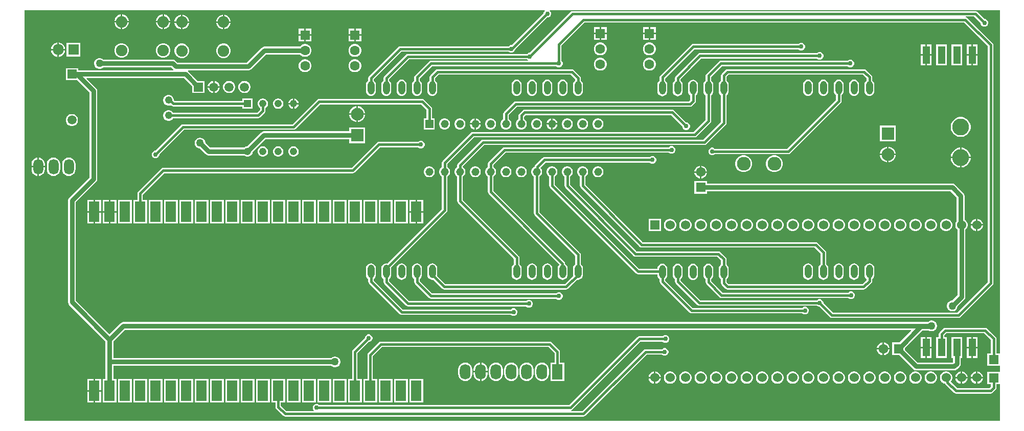
<source format=gtl>
G04*
G04 #@! TF.GenerationSoftware,Altium Limited,Altium Designer,21.9.2 (33)*
G04*
G04 Layer_Physical_Order=1*
G04 Layer_Color=255*
%FSTAX24Y24*%
%MOIN*%
G70*
G04*
G04 #@! TF.SameCoordinates,7D792EBD-1CCB-4A66-8B02-D1F74A79ED49*
G04*
G04*
G04 #@! TF.FilePolarity,Positive*
G04*
G01*
G75*
%ADD13R,0.0512X0.1161*%
%ADD14R,0.0630X0.0591*%
%ADD46C,0.0150*%
%ADD47C,0.0300*%
%ADD48R,0.0700X0.0700*%
%ADD49O,0.0700X0.0750*%
%ADD50R,0.0519X0.0519*%
%ADD51C,0.0519*%
%ADD52C,0.1100*%
%ADD53R,0.0827X0.0827*%
%ADD54C,0.0827*%
%ADD55C,0.0750*%
%ADD56R,0.0700X0.1330*%
%ADD57R,0.0700X0.1000*%
%ADD58O,0.0700X0.1000*%
%ADD59C,0.0602*%
%ADD60R,0.0602X0.0602*%
%ADD61C,0.0594*%
%ADD62R,0.0594X0.0594*%
%ADD63O,0.0436X0.0872*%
%ADD64C,0.0630*%
%ADD65R,0.0630X0.0630*%
%ADD66R,0.0591X0.0591*%
%ADD67C,0.0591*%
%ADD68R,0.0630X0.0630*%
%ADD69C,0.0480*%
%ADD70R,0.0476X0.0476*%
%ADD71C,0.0476*%
%ADD72C,0.0900*%
%ADD73O,0.0660X0.1000*%
%ADD74C,0.0300*%
%ADD75C,0.0500*%
G36*
X070547Y013236D02*
X070328D01*
Y0142D01*
X070315Y014268D01*
X070276Y014326D01*
X070276Y014326D01*
X069726Y014876D01*
X069668Y014915D01*
X0696Y014928D01*
X067D01*
X066932Y014915D01*
X066874Y014876D01*
X066874Y014876D01*
X066624Y014626D01*
X066585Y014568D01*
X066572Y0145D01*
Y014322D01*
X066394D01*
Y01296D01*
X067106D01*
Y014322D01*
X066928D01*
Y014426D01*
X067074Y014572D01*
X069526D01*
X069972Y014126D01*
Y013236D01*
X069735D01*
Y012445D01*
X070547D01*
Y012055D01*
X069735D01*
Y011264D01*
X069972D01*
Y011074D01*
X069876Y010978D01*
X067774D01*
X067352Y0114D01*
X067371Y011419D01*
X067424Y011511D01*
X067451Y011613D01*
Y011719D01*
X067424Y011821D01*
X067371Y011912D01*
X067296Y011987D01*
X067205Y01204D01*
X067103Y012067D01*
X066997D01*
X066895Y01204D01*
X066804Y011987D01*
X066729Y011912D01*
X066676Y011821D01*
X066649Y011719D01*
Y011613D01*
X066676Y011511D01*
X066729Y011419D01*
X066804Y011345D01*
X066895Y011292D01*
X066991Y011266D01*
X06701Y011237D01*
X067574Y010674D01*
X067574Y010674D01*
X067632Y010635D01*
X0677Y010622D01*
X0677Y010622D01*
X06995D01*
X070018Y010635D01*
X070076Y010674D01*
X070276Y010874D01*
X070276Y010874D01*
X070315Y010932D01*
X070328Y011D01*
X070328Y011D01*
Y011264D01*
X070547D01*
Y01035D01*
Y008853D01*
X006953D01*
Y035697D01*
X040873D01*
X040894Y035647D01*
X040838Y035592D01*
X0408Y0355D01*
Y035477D01*
X038723Y0334D01*
X03865D01*
X038558Y033362D01*
X038525Y033328D01*
X03145D01*
X031382Y033315D01*
X031324Y033276D01*
X031324Y033276D01*
X029423Y031375D01*
X029384Y031317D01*
X02937Y031249D01*
Y031096D01*
X029322Y031059D01*
X029271Y030993D01*
X029239Y030915D01*
X029228Y030832D01*
Y030396D01*
X029239Y030313D01*
X029271Y030236D01*
X029322Y030169D01*
X029388Y030118D01*
X029466Y030086D01*
X029549Y030075D01*
X029632Y030086D01*
X029709Y030118D01*
X029776Y030169D01*
X029827Y030236D01*
X029859Y030313D01*
X02987Y030396D01*
Y030832D01*
X029859Y030915D01*
X029827Y030993D01*
X029776Y031059D01*
X029727Y031096D01*
Y031175D01*
X031524Y032972D01*
X038525D01*
X038558Y032938D01*
X03865Y0329D01*
X03875D01*
X038842Y032938D01*
X038912Y033008D01*
X03895Y0331D01*
Y033123D01*
X041027Y0352D01*
X0411D01*
X041192Y035238D01*
X041262Y035308D01*
X0413Y0354D01*
Y0355D01*
X041262Y035592D01*
X041206Y035647D01*
X041227Y035697D01*
X070547D01*
X070547Y013236D01*
D02*
G37*
%LPC*%
G36*
X016063Y035405D02*
X01605D01*
Y03498D01*
X016475D01*
Y034993D01*
X016443Y035113D01*
X01638Y035222D01*
X016292Y03531D01*
X016183Y035373D01*
X016063Y035405D01*
D02*
G37*
G36*
X01595D02*
X015937D01*
X015817Y035373D01*
X015708Y03531D01*
X01562Y035222D01*
X015557Y035113D01*
X015525Y034993D01*
Y03498D01*
X01595D01*
Y035405D01*
D02*
G37*
G36*
X013353D02*
X01334D01*
Y03498D01*
X013765D01*
Y034993D01*
X013733Y035113D01*
X01367Y035222D01*
X013582Y03531D01*
X013473Y035373D01*
X013353Y035405D01*
D02*
G37*
G36*
X01324D02*
X013227D01*
X013107Y035373D01*
X012998Y03531D01*
X01291Y035222D01*
X012847Y035113D01*
X012815Y034993D01*
Y03498D01*
X01324D01*
Y035405D01*
D02*
G37*
G36*
X019993Y035385D02*
X01998D01*
Y03496D01*
X020405D01*
Y034973D01*
X020373Y035093D01*
X02031Y035202D01*
X020222Y03529D01*
X020113Y035353D01*
X019993Y035385D01*
D02*
G37*
G36*
X01988D02*
X019867D01*
X019747Y035353D01*
X019638Y03529D01*
X01955Y035202D01*
X019487Y035093D01*
X019455Y034973D01*
Y03496D01*
X01988D01*
Y035385D01*
D02*
G37*
G36*
X017283D02*
X01727D01*
Y03496D01*
X017695D01*
Y034973D01*
X017663Y035093D01*
X0176Y035202D01*
X017512Y03529D01*
X017403Y035353D01*
X017283Y035385D01*
D02*
G37*
G36*
X01717D02*
X017157D01*
X017037Y035353D01*
X016928Y03529D01*
X01684Y035202D01*
X016777Y035093D01*
X016745Y034973D01*
Y03496D01*
X01717D01*
Y035385D01*
D02*
G37*
G36*
X0427Y035628D02*
X042632Y035615D01*
X042574Y035576D01*
X039898Y0329D01*
X03985D01*
X039758Y032862D01*
X039725Y032828D01*
X03195D01*
X03195Y032828D01*
X031882Y032815D01*
X031824Y032776D01*
X031824Y032776D01*
X030423Y031375D01*
X030384Y031317D01*
X03037Y031249D01*
Y031096D01*
X030322Y031059D01*
X030271Y030993D01*
X030239Y030915D01*
X030228Y030832D01*
Y030396D01*
X030239Y030313D01*
X030271Y030236D01*
X030322Y030169D01*
X030388Y030118D01*
X030466Y030086D01*
X030549Y030075D01*
X030632Y030086D01*
X030709Y030118D01*
X030776Y030169D01*
X030827Y030236D01*
X030859Y030313D01*
X03087Y030396D01*
Y030832D01*
X030859Y030915D01*
X030827Y030993D01*
X030776Y031059D01*
X030727Y031096D01*
Y031175D01*
X032024Y032472D01*
X039725D01*
X039758Y032438D01*
X039782Y032428D01*
X039772Y032378D01*
X03345D01*
X03345Y032378D01*
X033382Y032365D01*
X033324Y032326D01*
X032423Y031425D01*
X032384Y031367D01*
X03237Y031299D01*
Y031096D01*
X032322Y031059D01*
X032271Y030993D01*
X032239Y030915D01*
X032228Y030832D01*
Y030396D01*
X032239Y030313D01*
X032271Y030236D01*
X032322Y030169D01*
X032388Y030118D01*
X032466Y030086D01*
X032549Y030075D01*
X032632Y030086D01*
X032709Y030118D01*
X032776Y030169D01*
X032827Y030236D01*
X032859Y030313D01*
X03287Y030396D01*
Y030832D01*
X032859Y030915D01*
X032827Y030993D01*
X032776Y031059D01*
X032727Y031096D01*
Y031225D01*
X033524Y032022D01*
X041625D01*
X041658Y031988D01*
X04175Y03195D01*
X04185D01*
X041942Y031988D01*
X042012Y032058D01*
X04205Y03215D01*
Y03225D01*
X042012Y032342D01*
X041978Y032375D01*
Y033376D01*
X043474Y034872D01*
X068226D01*
X069772Y033326D01*
Y017924D01*
X067776Y015928D01*
X059674D01*
X05905Y016552D01*
Y0166D01*
X059012Y016692D01*
X058942Y016762D01*
X05885Y0168D01*
X05875D01*
X058658Y016762D01*
X058625Y016728D01*
X051024D01*
X049728Y018024D01*
Y018103D01*
X049778Y018141D01*
X049829Y018207D01*
X049861Y018285D01*
X049872Y018368D01*
Y018804D01*
X049861Y018887D01*
X049829Y018964D01*
X049778Y019031D01*
X049712Y019082D01*
X049634Y019114D01*
X049551Y019125D01*
X049468Y019114D01*
X049391Y019082D01*
X049324Y019031D01*
X049273Y018964D01*
X049241Y018887D01*
X04923Y018804D01*
Y018368D01*
X049241Y018285D01*
X049273Y018207D01*
X049324Y018141D01*
X049372Y018105D01*
Y01795D01*
X049385Y017882D01*
X049424Y017824D01*
X050824Y016424D01*
X050882Y016385D01*
X05095Y016372D01*
X05095Y016372D01*
X058625D01*
X058658Y016338D01*
X05875Y0163D01*
X058798D01*
X059474Y015624D01*
X059532Y015585D01*
X0596Y015572D01*
X0596Y015572D01*
X06785D01*
X067918Y015585D01*
X067976Y015624D01*
X070076Y017724D01*
X070076Y017724D01*
X070115Y017782D01*
X070128Y01785D01*
Y0334D01*
X070115Y033468D01*
X070076Y033526D01*
X070076Y033526D01*
X068426Y035176D01*
X068368Y035215D01*
X068334Y035222D01*
X068339Y035272D01*
X068876D01*
X0693Y034848D01*
Y0348D01*
X069338Y034708D01*
X069408Y034638D01*
X0695Y0346D01*
X0696D01*
X069692Y034638D01*
X069762Y034708D01*
X0698Y0348D01*
Y0349D01*
X069762Y034992D01*
X069692Y035062D01*
X0696Y0351D01*
X069552D01*
X069076Y035576D01*
X069018Y035615D01*
X06895Y035628D01*
X0427D01*
X0427Y035628D01*
D02*
G37*
G36*
X016475Y03488D02*
X01605D01*
Y034455D01*
X016063D01*
X016183Y034487D01*
X016292Y03455D01*
X01638Y034638D01*
X016443Y034747D01*
X016475Y034867D01*
Y03488D01*
D02*
G37*
G36*
X01595D02*
X015525D01*
Y034867D01*
X015557Y034747D01*
X01562Y034638D01*
X015708Y03455D01*
X015817Y034487D01*
X015937Y034455D01*
X01595D01*
Y03488D01*
D02*
G37*
G36*
X013765D02*
X01334D01*
Y034455D01*
X013353D01*
X013473Y034487D01*
X013582Y03455D01*
X01367Y034638D01*
X013733Y034747D01*
X013765Y034867D01*
Y03488D01*
D02*
G37*
G36*
X01324D02*
X012815D01*
Y034867D01*
X012847Y034747D01*
X01291Y034638D01*
X012998Y03455D01*
X013107Y034487D01*
X013227Y034455D01*
X01324D01*
Y03488D01*
D02*
G37*
G36*
X020405Y03486D02*
X01998D01*
Y034435D01*
X019993D01*
X020113Y034467D01*
X020222Y03453D01*
X02031Y034618D01*
X020373Y034727D01*
X020405Y034847D01*
Y03486D01*
D02*
G37*
G36*
X01988D02*
X019455D01*
Y034847D01*
X019487Y034727D01*
X01955Y034618D01*
X019638Y03453D01*
X019747Y034467D01*
X019867Y034435D01*
X01988D01*
Y03486D01*
D02*
G37*
G36*
X017695D02*
X01727D01*
Y034435D01*
X017283D01*
X017403Y034467D01*
X017512Y03453D01*
X0176Y034618D01*
X017663Y034727D01*
X017695Y034847D01*
Y03486D01*
D02*
G37*
G36*
X01717D02*
X016745D01*
Y034847D01*
X016777Y034727D01*
X01684Y034618D01*
X016928Y03453D01*
X017037Y034467D01*
X017157Y034435D01*
X01717D01*
Y03486D01*
D02*
G37*
G36*
X048115Y034565D02*
X04775D01*
Y0342D01*
X048115D01*
Y034565D01*
D02*
G37*
G36*
X044915D02*
X04455D01*
Y0342D01*
X044915D01*
Y034565D01*
D02*
G37*
G36*
X04765D02*
X047285D01*
Y0342D01*
X04765D01*
Y034565D01*
D02*
G37*
G36*
X04445D02*
X044085D01*
Y0342D01*
X04445D01*
Y034565D01*
D02*
G37*
G36*
X028915Y034465D02*
X02855D01*
Y0341D01*
X028915D01*
Y034465D01*
D02*
G37*
G36*
X025665D02*
X0253D01*
Y0341D01*
X025665D01*
Y034465D01*
D02*
G37*
G36*
X02845D02*
X028085D01*
Y0341D01*
X02845D01*
Y034465D01*
D02*
G37*
G36*
X0252D02*
X024835D01*
Y0341D01*
X0252D01*
Y034465D01*
D02*
G37*
G36*
X048115Y0341D02*
X04775D01*
Y033735D01*
X048115D01*
Y0341D01*
D02*
G37*
G36*
X04765D02*
X047285D01*
Y033735D01*
X04765D01*
Y0341D01*
D02*
G37*
G36*
X044915D02*
X04455D01*
Y033735D01*
X044915D01*
Y0341D01*
D02*
G37*
G36*
X04445D02*
X044085D01*
Y033735D01*
X04445D01*
Y0341D01*
D02*
G37*
G36*
X028915Y034D02*
X02855D01*
Y033635D01*
X028915D01*
Y034D01*
D02*
G37*
G36*
X02845D02*
X028085D01*
Y033635D01*
X02845D01*
Y034D01*
D02*
G37*
G36*
X025665D02*
X0253D01*
Y033635D01*
X025665D01*
Y034D01*
D02*
G37*
G36*
X0252D02*
X024835D01*
Y033635D01*
X0252D01*
Y034D01*
D02*
G37*
G36*
X05765Y03355D02*
X05755D01*
X057458Y033512D01*
X057425Y033478D01*
X05055D01*
X05055Y033478D01*
X050482Y033465D01*
X050424Y033426D01*
X050424Y033426D01*
X048423Y031425D01*
X048384Y031367D01*
X04837Y031299D01*
Y031081D01*
X048323Y031045D01*
X048272Y030979D01*
X04824Y030901D01*
X048229Y030818D01*
Y030382D01*
X04824Y030299D01*
X048272Y030221D01*
X048323Y030155D01*
X04839Y030104D01*
X048467Y030072D01*
X04855Y030061D01*
X048633Y030072D01*
X04871Y030104D01*
X048777Y030155D01*
X048828Y030221D01*
X04886Y030299D01*
X048871Y030382D01*
Y030818D01*
X04886Y030901D01*
X048828Y030979D01*
X048777Y031045D01*
X048727Y031083D01*
Y031225D01*
X050624Y033122D01*
X057425D01*
X057458Y033088D01*
X05755Y03305D01*
X05765D01*
X057742Y033088D01*
X057812Y033158D01*
X05785Y03325D01*
Y03335D01*
X057812Y033442D01*
X057742Y033512D01*
X05765Y03355D01*
D02*
G37*
G36*
X0092Y033572D02*
Y03315D01*
X009601D01*
X009588Y033242D01*
X009543Y033352D01*
X009471Y033446D01*
X009377Y033518D01*
X009267Y033563D01*
X0092Y033572D01*
D02*
G37*
G36*
X0091D02*
X009033Y033563D01*
X008923Y033518D01*
X008829Y033446D01*
X008757Y033352D01*
X008712Y033242D01*
X008699Y03315D01*
X0091D01*
Y033572D01*
D02*
G37*
G36*
X069106Y03344D02*
X0688D01*
Y032809D01*
X069106D01*
Y03344D01*
D02*
G37*
G36*
X066106D02*
X0658D01*
Y032809D01*
X066106D01*
Y03344D01*
D02*
G37*
G36*
X0687D02*
X068394D01*
Y032809D01*
X0687D01*
Y03344D01*
D02*
G37*
G36*
X0657D02*
X065394D01*
Y032809D01*
X0657D01*
Y03344D01*
D02*
G37*
G36*
X047755Y033565D02*
X047645D01*
X04754Y033537D01*
X047445Y033482D01*
X047368Y033405D01*
X047313Y03331D01*
X047285Y033205D01*
Y033095D01*
X047313Y03299D01*
X047368Y032895D01*
X047445Y032818D01*
X04754Y032763D01*
X047645Y032735D01*
X047755D01*
X04786Y032763D01*
X047955Y032818D01*
X048032Y032895D01*
X048087Y03299D01*
X048115Y033095D01*
Y033205D01*
X048087Y03331D01*
X048032Y033405D01*
X047955Y033482D01*
X04786Y033537D01*
X047755Y033565D01*
D02*
G37*
G36*
X044555D02*
X044445D01*
X04434Y033537D01*
X044245Y033482D01*
X044168Y033405D01*
X044113Y03331D01*
X044085Y033205D01*
Y033095D01*
X044113Y03299D01*
X044168Y032895D01*
X044245Y032818D01*
X04434Y032763D01*
X044445Y032735D01*
X044555D01*
X04466Y032763D01*
X044755Y032818D01*
X044832Y032895D01*
X044887Y03299D01*
X044915Y033095D01*
Y033205D01*
X044887Y03331D01*
X044832Y033405D01*
X044755Y033482D01*
X04466Y033537D01*
X044555Y033565D01*
D02*
G37*
G36*
X0106Y03355D02*
X0097D01*
Y03265D01*
X0106D01*
Y03355D01*
D02*
G37*
G36*
X028555Y033465D02*
X028445D01*
X02834Y033437D01*
X028245Y033382D01*
X028168Y033305D01*
X028113Y03321D01*
X028085Y033105D01*
Y032995D01*
X028113Y03289D01*
X028168Y032795D01*
X028245Y032718D01*
X02834Y032663D01*
X028445Y032635D01*
X028555D01*
X02866Y032663D01*
X028755Y032718D01*
X028832Y032795D01*
X028887Y03289D01*
X028915Y032995D01*
Y033105D01*
X028887Y03321D01*
X028832Y033305D01*
X028755Y033382D01*
X02866Y033437D01*
X028555Y033465D01*
D02*
G37*
G36*
X025305D02*
X025195D01*
X02509Y033437D01*
X024995Y033382D01*
X024918Y033305D01*
X0226D01*
X022502Y033286D01*
X02242Y03323D01*
X021444Y032255D01*
X016933D01*
X016807Y03238D01*
X016725Y032436D01*
X016627Y032455D01*
X01209D01*
X012065Y03248D01*
X011985Y032526D01*
X011896Y03255D01*
X011804D01*
X011715Y032526D01*
X011635Y03248D01*
X01157Y032415D01*
X011524Y032335D01*
X0115Y032246D01*
Y032154D01*
X011524Y032065D01*
X01157Y031985D01*
X011635Y03192D01*
X011715Y031874D01*
X011804Y03185D01*
X011896D01*
X011985Y031874D01*
X012065Y03192D01*
X01209Y031945D01*
X016521D01*
X016647Y03182D01*
X016669Y031805D01*
X016654Y031755D01*
X01045D01*
Y031895D01*
X00966D01*
Y031105D01*
X010385D01*
X011195Y030294D01*
Y024756D01*
X00987Y02343D01*
X009815Y023348D01*
X009795Y02325D01*
Y0166D01*
X009815Y016502D01*
X00987Y01642D01*
X012245Y014044D01*
Y01265D01*
Y011565D01*
X01205D01*
Y010035D01*
X01295D01*
Y011565D01*
X012755D01*
Y012445D01*
X02696D01*
X026985Y01242D01*
X027065Y012374D01*
X027154Y01235D01*
X027246D01*
X027335Y012374D01*
X027415Y01242D01*
X02748Y012485D01*
X027526Y012565D01*
X02755Y012654D01*
Y012746D01*
X027526Y012835D01*
X02748Y012915D01*
X027415Y01298D01*
X027335Y013026D01*
X027246Y01305D01*
X027154D01*
X027065Y013026D01*
X026985Y01298D01*
X02696Y012955D01*
X012755D01*
Y014044D01*
X013506Y014795D01*
X064769D01*
X064788Y014749D01*
X064004Y013965D01*
X063535D01*
Y013135D01*
X064004D01*
X06492Y01222D01*
X065002Y012164D01*
X0651Y012145D01*
X067574D01*
X067672Y012164D01*
X067755Y01222D01*
X06793Y012395D01*
X067986Y012478D01*
X068005Y012576D01*
Y01296D01*
X068106D01*
Y014322D01*
X067394D01*
Y01296D01*
X067495D01*
Y012681D01*
X067469Y012655D01*
X065206D01*
X064365Y013496D01*
Y013604D01*
X065517Y014757D01*
X065908D01*
X065965Y014724D01*
X066054Y0147D01*
X066146D01*
X066235Y014724D01*
X066315Y01477D01*
X06638Y014835D01*
X066426Y014915D01*
X06645Y015004D01*
Y015096D01*
X066426Y015185D01*
X06638Y015265D01*
X066315Y01533D01*
X066235Y015376D01*
X066146Y0154D01*
X066054D01*
X065965Y015376D01*
X065885Y01533D01*
X06586Y015305D01*
X0134D01*
X013302Y015286D01*
X01322Y01523D01*
X0125Y01451D01*
X010305Y016706D01*
Y023144D01*
X01163Y02447D01*
X011686Y024552D01*
X011705Y02465D01*
Y0304D01*
X011686Y030498D01*
X01163Y03058D01*
X011012Y031199D01*
X011031Y031245D01*
X017357D01*
X017903Y030699D01*
Y030266D01*
X018697D01*
Y03106D01*
X018264D01*
X017643Y03168D01*
X017621Y031695D01*
X017636Y031745D01*
X02155D01*
X021648Y031765D01*
X02173Y03182D01*
X022706Y032795D01*
X024918D01*
X024995Y032718D01*
X02509Y032663D01*
X025195Y032635D01*
X025305D01*
X02541Y032663D01*
X025505Y032718D01*
X025582Y032795D01*
X025637Y03289D01*
X025665Y032995D01*
Y033105D01*
X025637Y03321D01*
X025582Y033305D01*
X025505Y033382D01*
X02541Y033437D01*
X025305Y033465D01*
D02*
G37*
G36*
X009601Y03305D02*
X0092D01*
Y032628D01*
X009267Y032637D01*
X009377Y032682D01*
X009471Y032754D01*
X009543Y032848D01*
X009588Y032958D01*
X009601Y03305D01*
D02*
G37*
G36*
X0091D02*
X008699D01*
X008712Y032958D01*
X008757Y032848D01*
X008829Y032754D01*
X008923Y032682D01*
X009033Y032637D01*
X0091Y032628D01*
Y03305D01*
D02*
G37*
G36*
X016063Y033525D02*
X015937D01*
X015817Y033493D01*
X015708Y03343D01*
X01562Y033342D01*
X015557Y033233D01*
X015525Y033113D01*
Y032987D01*
X015557Y032867D01*
X01562Y032758D01*
X015708Y03267D01*
X015817Y032607D01*
X015937Y032575D01*
X016063D01*
X016183Y032607D01*
X016292Y03267D01*
X01638Y032758D01*
X016443Y032867D01*
X016475Y032987D01*
Y033113D01*
X016443Y033233D01*
X01638Y033342D01*
X016292Y03343D01*
X016183Y033493D01*
X016063Y033525D01*
D02*
G37*
G36*
X013353D02*
X013227D01*
X013107Y033493D01*
X012998Y03343D01*
X01291Y033342D01*
X012847Y033233D01*
X012815Y033113D01*
Y032987D01*
X012847Y032867D01*
X01291Y032758D01*
X012998Y03267D01*
X013107Y032607D01*
X013227Y032575D01*
X013353D01*
X013473Y032607D01*
X013582Y03267D01*
X01367Y032758D01*
X013733Y032867D01*
X013765Y032987D01*
Y033113D01*
X013733Y033233D01*
X01367Y033342D01*
X013582Y03343D01*
X013473Y033493D01*
X013353Y033525D01*
D02*
G37*
G36*
X019993Y033505D02*
X019867D01*
X019747Y033473D01*
X019638Y03341D01*
X01955Y033322D01*
X019487Y033213D01*
X019455Y033093D01*
Y032967D01*
X019487Y032847D01*
X01955Y032738D01*
X019638Y03265D01*
X019747Y032587D01*
X019867Y032555D01*
X019993D01*
X020113Y032587D01*
X020222Y03265D01*
X02031Y032738D01*
X020373Y032847D01*
X020405Y032967D01*
Y033093D01*
X020373Y033213D01*
X02031Y033322D01*
X020222Y03341D01*
X020113Y033473D01*
X019993Y033505D01*
D02*
G37*
G36*
X017283D02*
X017157D01*
X017037Y033473D01*
X016928Y03341D01*
X01684Y033322D01*
X016777Y033213D01*
X016745Y033093D01*
Y032967D01*
X016777Y032847D01*
X01684Y032738D01*
X016928Y03265D01*
X017037Y032587D01*
X017157Y032555D01*
X017283D01*
X017403Y032587D01*
X017512Y03265D01*
X0176Y032738D01*
X017663Y032847D01*
X017695Y032967D01*
Y033093D01*
X017663Y033213D01*
X0176Y033322D01*
X017512Y03341D01*
X017403Y033473D01*
X017283Y033505D01*
D02*
G37*
G36*
X05885Y03295D02*
X05875D01*
X058658Y032912D01*
X058625Y032878D01*
X051D01*
X050932Y032865D01*
X050874Y032826D01*
X050874Y032826D01*
X049423Y031375D01*
X049384Y031317D01*
X04937Y031249D01*
Y031081D01*
X049323Y031045D01*
X049272Y030979D01*
X04924Y030901D01*
X049229Y030818D01*
Y030382D01*
X04924Y030299D01*
X049272Y030221D01*
X049323Y030155D01*
X04939Y030104D01*
X049467Y030072D01*
X04955Y030061D01*
X049633Y030072D01*
X04971Y030104D01*
X049777Y030155D01*
X049828Y030221D01*
X04986Y030299D01*
X049871Y030382D01*
Y030818D01*
X04986Y030901D01*
X049828Y030979D01*
X049777Y031045D01*
X049727Y031083D01*
Y031175D01*
X051074Y032522D01*
X058625D01*
X058658Y032488D01*
X05875Y03245D01*
X05885D01*
X058942Y032488D01*
X059012Y032558D01*
X05905Y03265D01*
Y03275D01*
X059012Y032842D01*
X058942Y032912D01*
X05885Y03295D01*
D02*
G37*
G36*
X069106Y032709D02*
X0688D01*
Y032078D01*
X069106D01*
Y032709D01*
D02*
G37*
G36*
X0687D02*
X068394D01*
Y032078D01*
X0687D01*
Y032709D01*
D02*
G37*
G36*
X068106Y03344D02*
X067394D01*
Y032078D01*
X068106D01*
Y03344D01*
D02*
G37*
G36*
X067106D02*
X066394D01*
Y032078D01*
X067106D01*
Y03344D01*
D02*
G37*
G36*
X066106Y032709D02*
X0658D01*
Y032078D01*
X066106D01*
Y032709D01*
D02*
G37*
G36*
X0657D02*
X065394D01*
Y032078D01*
X0657D01*
Y032709D01*
D02*
G37*
G36*
X06085Y03245D02*
X06075D01*
X060658Y032412D01*
X060625Y032378D01*
X05235D01*
X052282Y032365D01*
X052224Y032326D01*
X052224Y032326D01*
X051423Y031525D01*
X051384Y031467D01*
X05137Y031399D01*
Y031081D01*
X051323Y031045D01*
X051272Y030979D01*
X05124Y030901D01*
X051229Y030818D01*
Y030382D01*
X05124Y030299D01*
X051272Y030221D01*
X051323Y030155D01*
X05137Y030119D01*
Y028523D01*
X050576Y027728D01*
X0362D01*
X036132Y027715D01*
X036074Y027676D01*
X034224Y025826D01*
X034185Y025768D01*
X034172Y0257D01*
Y025436D01*
X034129Y025412D01*
X034062Y025345D01*
X034015Y025263D01*
X033991Y025171D01*
Y025077D01*
X034015Y024985D01*
X034062Y024903D01*
X034129Y024836D01*
X034172Y024812D01*
Y022692D01*
X030611Y019131D01*
X03055Y019139D01*
X030467Y019128D01*
X03039Y019096D01*
X030323Y019045D01*
X030272Y018979D01*
X03024Y018901D01*
X030229Y018818D01*
Y018382D01*
X03024Y018299D01*
X030272Y018221D01*
X030323Y018155D01*
X030372Y018118D01*
Y0179D01*
X030385Y017832D01*
X030424Y017774D01*
X031824Y016374D01*
X031882Y016335D01*
X03195Y016322D01*
X03195Y016322D01*
X039675D01*
X039708Y016288D01*
X0398Y01625D01*
X0399D01*
X039992Y016288D01*
X040062Y016358D01*
X0401Y01645D01*
Y01655D01*
X040062Y016642D01*
X039992Y016712D01*
X0399Y01675D01*
X0398D01*
X039708Y016712D01*
X039675Y016678D01*
X032024D01*
X030728Y017974D01*
Y018118D01*
X030777Y018155D01*
X030828Y018221D01*
X03086Y018299D01*
X030871Y018382D01*
Y018818D01*
X030863Y018879D01*
X034476Y022492D01*
X034476Y022492D01*
X034515Y02255D01*
X034528Y022618D01*
X034528Y022618D01*
Y024812D01*
X034571Y024836D01*
X034638Y024903D01*
X034685Y024985D01*
X034709Y025077D01*
Y025171D01*
X034685Y025263D01*
X034638Y025345D01*
X034571Y025412D01*
X034528Y025436D01*
Y025626D01*
X036274Y027372D01*
X05065D01*
X050718Y027385D01*
X050776Y027424D01*
X051675Y028323D01*
X051675Y028323D01*
X051714Y028381D01*
X051727Y028449D01*
X051727Y028449D01*
Y030117D01*
X051777Y030155D01*
X051828Y030221D01*
X05186Y030299D01*
X051871Y030382D01*
Y030818D01*
X05186Y030901D01*
X051828Y030979D01*
X051777Y031045D01*
X051727Y031083D01*
Y031325D01*
X052424Y032022D01*
X060625D01*
X060658Y031988D01*
X06075Y03195D01*
X06085D01*
X060942Y031988D01*
X061012Y032058D01*
X06105Y03215D01*
Y03225D01*
X061012Y032342D01*
X060942Y032412D01*
X06085Y03245D01*
D02*
G37*
G36*
X047755Y032565D02*
X047645D01*
X04754Y032537D01*
X047445Y032482D01*
X047368Y032405D01*
X047313Y03231D01*
X047285Y032205D01*
Y032095D01*
X047313Y03199D01*
X047368Y031895D01*
X047445Y031818D01*
X04754Y031763D01*
X047645Y031735D01*
X047755D01*
X04786Y031763D01*
X047955Y031818D01*
X048032Y031895D01*
X048087Y03199D01*
X048115Y032095D01*
Y032205D01*
X048087Y03231D01*
X048032Y032405D01*
X047955Y032482D01*
X04786Y032537D01*
X047755Y032565D01*
D02*
G37*
G36*
X044555D02*
X044445D01*
X04434Y032537D01*
X044245Y032482D01*
X044168Y032405D01*
X044113Y03231D01*
X044085Y032205D01*
Y032095D01*
X044113Y03199D01*
X044168Y031895D01*
X044245Y031818D01*
X04434Y031763D01*
X044445Y031735D01*
X044555D01*
X04466Y031763D01*
X044755Y031818D01*
X044832Y031895D01*
X044887Y03199D01*
X044915Y032095D01*
Y032205D01*
X044887Y03231D01*
X044832Y032405D01*
X044755Y032482D01*
X04466Y032537D01*
X044555Y032565D01*
D02*
G37*
G36*
X028555Y032465D02*
X028445D01*
X02834Y032437D01*
X028245Y032382D01*
X028168Y032305D01*
X028113Y03221D01*
X028085Y032105D01*
Y031995D01*
X028113Y03189D01*
X028168Y031795D01*
X028245Y031718D01*
X02834Y031663D01*
X028445Y031635D01*
X028555D01*
X02866Y031663D01*
X028755Y031718D01*
X028832Y031795D01*
X028887Y03189D01*
X028915Y031995D01*
Y032105D01*
X028887Y03221D01*
X028832Y032305D01*
X028755Y032382D01*
X02866Y032437D01*
X028555Y032465D01*
D02*
G37*
G36*
X025305D02*
X025195D01*
X02509Y032437D01*
X024995Y032382D01*
X024918Y032305D01*
X024863Y03221D01*
X024835Y032105D01*
Y031995D01*
X024863Y03189D01*
X024918Y031795D01*
X024995Y031718D01*
X02509Y031663D01*
X025195Y031635D01*
X025305D01*
X02541Y031663D01*
X025505Y031718D01*
X025582Y031795D01*
X025637Y03189D01*
X025665Y031995D01*
Y032105D01*
X025637Y03221D01*
X025582Y032305D01*
X025505Y032382D01*
X02541Y032437D01*
X025305Y032465D01*
D02*
G37*
G36*
X019352Y03106D02*
X01935D01*
Y030713D01*
X019697D01*
Y030715D01*
X01967Y030816D01*
X019618Y030907D01*
X019544Y030981D01*
X019453Y031033D01*
X019352Y03106D01*
D02*
G37*
G36*
X01925D02*
X019248D01*
X019147Y031033D01*
X019056Y030981D01*
X018982Y030907D01*
X01893Y030816D01*
X018903Y030715D01*
Y030713D01*
X01925D01*
Y03106D01*
D02*
G37*
G36*
X021352D02*
X021248D01*
X021147Y031033D01*
X021056Y030981D01*
X020982Y030907D01*
X02093Y030816D01*
X020903Y030715D01*
Y030611D01*
X02093Y03051D01*
X020982Y030419D01*
X021056Y030345D01*
X021147Y030293D01*
X021248Y030266D01*
X021352D01*
X021453Y030293D01*
X021544Y030345D01*
X021618Y030419D01*
X02167Y03051D01*
X021697Y030611D01*
Y030715D01*
X02167Y030816D01*
X021618Y030907D01*
X021544Y030981D01*
X021453Y031033D01*
X021352Y03106D01*
D02*
G37*
G36*
X020352D02*
X020248D01*
X020147Y031033D01*
X020056Y030981D01*
X019982Y030907D01*
X01993Y030816D01*
X019903Y030715D01*
Y030611D01*
X01993Y03051D01*
X019982Y030419D01*
X020056Y030345D01*
X020147Y030293D01*
X020248Y030266D01*
X020352D01*
X020453Y030293D01*
X020544Y030345D01*
X020618Y030419D01*
X02067Y03051D01*
X020697Y030611D01*
Y030715D01*
X02067Y030816D01*
X020618Y030907D01*
X020544Y030981D01*
X020453Y031033D01*
X020352Y03106D01*
D02*
G37*
G36*
X019697Y030613D02*
X01935D01*
Y030266D01*
X019352D01*
X019453Y030293D01*
X019544Y030345D01*
X019618Y030419D01*
X01967Y03051D01*
X019697Y030611D01*
Y030613D01*
D02*
G37*
G36*
X01925D02*
X018903D01*
Y030611D01*
X01893Y03051D01*
X018982Y030419D01*
X019056Y030345D01*
X019147Y030293D01*
X019248Y030266D01*
X01925D01*
Y030613D01*
D02*
G37*
G36*
X0528Y031828D02*
X052732Y031815D01*
X052674Y031776D01*
X052423Y031525D01*
X052384Y031467D01*
X05237Y031399D01*
Y031081D01*
X052323Y031045D01*
X052272Y030979D01*
X05224Y030901D01*
X052229Y030818D01*
Y030382D01*
X05224Y030299D01*
X052272Y030221D01*
X052323Y030155D01*
X052372Y030118D01*
Y028374D01*
X051226Y027228D01*
X03685D01*
X036782Y027215D01*
X036724Y027176D01*
X036724Y027176D01*
X035224Y025676D01*
X035185Y025618D01*
X035172Y02555D01*
Y025436D01*
X035129Y025412D01*
X035062Y025345D01*
X035015Y025263D01*
X034991Y025171D01*
Y025077D01*
X035015Y024985D01*
X035062Y024903D01*
X035129Y024836D01*
X035172Y024812D01*
Y0232D01*
X035185Y023132D01*
X035224Y023074D01*
X038872Y019426D01*
Y019082D01*
X038823Y019045D01*
X038772Y018979D01*
X03874Y018901D01*
X038729Y018818D01*
Y018382D01*
X03874Y018299D01*
X038772Y018221D01*
X038823Y018155D01*
X03889Y018104D01*
X038967Y018072D01*
X03905Y018061D01*
X039133Y018072D01*
X03921Y018104D01*
X039277Y018155D01*
X039328Y018221D01*
X03936Y018299D01*
X039371Y018382D01*
Y018818D01*
X03936Y018901D01*
X039328Y018979D01*
X039277Y019045D01*
X039228Y019082D01*
Y0195D01*
X039215Y019568D01*
X039176Y019626D01*
X035528Y023274D01*
Y024812D01*
X035571Y024836D01*
X035638Y024903D01*
X035685Y024985D01*
X035709Y025077D01*
Y025171D01*
X035685Y025263D01*
X035638Y025345D01*
X035571Y025412D01*
X035538Y02543D01*
X035534Y025482D01*
X036924Y026872D01*
X0513D01*
X051368Y026885D01*
X051426Y026924D01*
X052676Y028174D01*
X052715Y028232D01*
X052728Y0283D01*
X052728Y0283D01*
Y030118D01*
X052777Y030155D01*
X052828Y030221D01*
X05286Y030299D01*
X052871Y030382D01*
Y030818D01*
X05286Y030901D01*
X052828Y030979D01*
X052777Y031045D01*
X052727Y031083D01*
Y031325D01*
X052874Y031472D01*
X061626D01*
X061872Y031226D01*
Y031096D01*
X061823Y031059D01*
X061772Y030993D01*
X06174Y030915D01*
X061729Y030832D01*
Y030396D01*
X06174Y030313D01*
X061772Y030236D01*
X061823Y030169D01*
X06189Y030118D01*
X061967Y030086D01*
X06205Y030075D01*
X062133Y030086D01*
X06221Y030118D01*
X062277Y030169D01*
X062328Y030236D01*
X06236Y030313D01*
X062371Y030396D01*
Y030832D01*
X06236Y030915D01*
X062328Y030993D01*
X062277Y031059D01*
X062228Y031096D01*
Y0313D01*
X062228Y0313D01*
X062215Y031368D01*
X062176Y031426D01*
X062176Y031426D01*
X061826Y031776D01*
X061768Y031815D01*
X0617Y031828D01*
X0528D01*
X0528Y031828D01*
D02*
G37*
G36*
X06105Y031153D02*
X060967Y031142D01*
X06089Y03111D01*
X060823Y031059D01*
X060772Y030993D01*
X06074Y030915D01*
X060729Y030832D01*
Y030396D01*
X06074Y030313D01*
X060772Y030236D01*
X060823Y030169D01*
X06089Y030118D01*
X060967Y030086D01*
X06105Y030075D01*
X061133Y030086D01*
X06121Y030118D01*
X061277Y030169D01*
X061328Y030236D01*
X06136Y030313D01*
X061371Y030396D01*
Y030832D01*
X06136Y030915D01*
X061328Y030993D01*
X061277Y031059D01*
X06121Y03111D01*
X061133Y031142D01*
X06105Y031153D01*
D02*
G37*
G36*
X05905D02*
X058967Y031142D01*
X05889Y03111D01*
X058823Y031059D01*
X058772Y030993D01*
X05874Y030915D01*
X058729Y030832D01*
Y030396D01*
X05874Y030313D01*
X058772Y030236D01*
X058823Y030169D01*
X05889Y030118D01*
X058967Y030086D01*
X05905Y030075D01*
X059133Y030086D01*
X05921Y030118D01*
X059277Y030169D01*
X059328Y030236D01*
X05936Y030313D01*
X059371Y030396D01*
Y030832D01*
X05936Y030915D01*
X059328Y030993D01*
X059277Y031059D01*
X05921Y03111D01*
X059133Y031142D01*
X05905Y031153D01*
D02*
G37*
G36*
X05805D02*
X057967Y031142D01*
X05789Y03111D01*
X057823Y031059D01*
X057772Y030993D01*
X05774Y030915D01*
X057729Y030832D01*
Y030396D01*
X05774Y030313D01*
X057772Y030236D01*
X057823Y030169D01*
X05789Y030118D01*
X057967Y030086D01*
X05805Y030075D01*
X058133Y030086D01*
X05821Y030118D01*
X058277Y030169D01*
X058328Y030236D01*
X05836Y030313D01*
X058371Y030396D01*
Y030832D01*
X05836Y030915D01*
X058328Y030993D01*
X058277Y031059D01*
X05821Y03111D01*
X058133Y031142D01*
X05805Y031153D01*
D02*
G37*
G36*
X0339Y031828D02*
X033832Y031815D01*
X033774Y031776D01*
X033774Y031776D01*
X033424Y031426D01*
X033385Y031368D01*
X033372Y0313D01*
Y031097D01*
X033322Y031059D01*
X033271Y030993D01*
X033239Y030915D01*
X033228Y030832D01*
Y030396D01*
X033239Y030313D01*
X033271Y030236D01*
X033322Y030169D01*
X033388Y030118D01*
X033466Y030086D01*
X033549Y030075D01*
X033632Y030086D01*
X033709Y030118D01*
X033776Y030169D01*
X033827Y030236D01*
X033859Y030313D01*
X03387Y030396D01*
Y030832D01*
X033859Y030915D01*
X033827Y030993D01*
X033776Y031059D01*
X033728Y031095D01*
Y031226D01*
X033974Y031472D01*
X042576D01*
X04287Y031177D01*
Y031096D01*
X042822Y031059D01*
X042771Y030993D01*
X042739Y030915D01*
X042728Y030832D01*
Y030396D01*
X042739Y030313D01*
X042771Y030236D01*
X042822Y030169D01*
X042888Y030118D01*
X042966Y030086D01*
X043049Y030075D01*
X043132Y030086D01*
X043209Y030118D01*
X043276Y030169D01*
X043327Y030236D01*
X043359Y030313D01*
X04337Y030396D01*
Y030832D01*
X043359Y030915D01*
X043327Y030993D01*
X043276Y031059D01*
X043227Y031096D01*
Y031251D01*
X043227Y031251D01*
X043214Y031319D01*
X043175Y031377D01*
X042776Y031776D01*
X042718Y031815D01*
X04265Y031828D01*
X0339D01*
X0339Y031828D01*
D02*
G37*
G36*
X042049Y031153D02*
X041966Y031142D01*
X041888Y03111D01*
X041822Y031059D01*
X041771Y030993D01*
X041739Y030915D01*
X041728Y030832D01*
Y030396D01*
X041739Y030313D01*
X041771Y030236D01*
X041822Y030169D01*
X041888Y030118D01*
X041966Y030086D01*
X042049Y030075D01*
X042132Y030086D01*
X042209Y030118D01*
X042276Y030169D01*
X042327Y030236D01*
X042359Y030313D01*
X04237Y030396D01*
Y030832D01*
X042359Y030915D01*
X042327Y030993D01*
X042276Y031059D01*
X042209Y03111D01*
X042132Y031142D01*
X042049Y031153D01*
D02*
G37*
G36*
X041049D02*
X040966Y031142D01*
X040888Y03111D01*
X040822Y031059D01*
X040771Y030993D01*
X040739Y030915D01*
X040728Y030832D01*
Y030396D01*
X040739Y030313D01*
X040771Y030236D01*
X040822Y030169D01*
X040888Y030118D01*
X040966Y030086D01*
X041049Y030075D01*
X041132Y030086D01*
X041209Y030118D01*
X041276Y030169D01*
X041327Y030236D01*
X041359Y030313D01*
X04137Y030396D01*
Y030832D01*
X041359Y030915D01*
X041327Y030993D01*
X041276Y031059D01*
X041209Y03111D01*
X041132Y031142D01*
X041049Y031153D01*
D02*
G37*
G36*
X040049D02*
X039966Y031142D01*
X039888Y03111D01*
X039822Y031059D01*
X039771Y030993D01*
X039739Y030915D01*
X039728Y030832D01*
Y030396D01*
X039739Y030313D01*
X039771Y030236D01*
X039822Y030169D01*
X039888Y030118D01*
X039966Y030086D01*
X040049Y030075D01*
X040132Y030086D01*
X040209Y030118D01*
X040276Y030169D01*
X040327Y030236D01*
X040359Y030313D01*
X04037Y030396D01*
Y030832D01*
X040359Y030915D01*
X040327Y030993D01*
X040276Y031059D01*
X040209Y03111D01*
X040132Y031142D01*
X040049Y031153D01*
D02*
G37*
G36*
X039049D02*
X038966Y031142D01*
X038888Y03111D01*
X038822Y031059D01*
X038771Y030993D01*
X038739Y030915D01*
X038728Y030832D01*
Y030396D01*
X038739Y030313D01*
X038771Y030236D01*
X038822Y030169D01*
X038888Y030118D01*
X038966Y030086D01*
X039049Y030075D01*
X039132Y030086D01*
X039209Y030118D01*
X039276Y030169D01*
X039327Y030236D01*
X039359Y030313D01*
X03937Y030396D01*
Y030832D01*
X039359Y030915D01*
X039327Y030993D01*
X039276Y031059D01*
X039209Y03111D01*
X039132Y031142D01*
X039049Y031153D01*
D02*
G37*
G36*
X031549D02*
X031466Y031142D01*
X031388Y03111D01*
X031322Y031059D01*
X031271Y030993D01*
X031239Y030915D01*
X031228Y030832D01*
Y030396D01*
X031239Y030313D01*
X031271Y030236D01*
X031322Y030169D01*
X031388Y030118D01*
X031466Y030086D01*
X031549Y030075D01*
X031632Y030086D01*
X031709Y030118D01*
X031776Y030169D01*
X031827Y030236D01*
X031859Y030313D01*
X03187Y030396D01*
Y030832D01*
X031859Y030915D01*
X031827Y030993D01*
X031776Y031059D01*
X031709Y03111D01*
X031632Y031142D01*
X031549Y031153D01*
D02*
G37*
G36*
X05055Y031139D02*
X050467Y031128D01*
X05039Y031096D01*
X050323Y031045D01*
X050272Y030979D01*
X05024Y030901D01*
X050229Y030818D01*
Y030382D01*
X05024Y030299D01*
X050272Y030221D01*
X050323Y030155D01*
X050372Y030118D01*
Y029824D01*
X050276Y029728D01*
X039D01*
X039Y029728D01*
X038932Y029715D01*
X038874Y029676D01*
X038224Y029026D01*
X038185Y028968D01*
X038172Y0289D01*
Y028562D01*
X038129Y028538D01*
X038062Y028471D01*
X038015Y028389D01*
X037991Y028297D01*
Y028203D01*
X038015Y028111D01*
X038062Y028029D01*
X038129Y027962D01*
X038211Y027915D01*
X038303Y027891D01*
X038397D01*
X038489Y027915D01*
X038571Y027962D01*
X038638Y028029D01*
X038685Y028111D01*
X038709Y028203D01*
Y028297D01*
X038685Y028389D01*
X038638Y028471D01*
X038571Y028538D01*
X038528Y028562D01*
Y028826D01*
X039074Y029372D01*
X05035D01*
X050418Y029385D01*
X050476Y029424D01*
X050676Y029624D01*
X050676Y029624D01*
X050715Y029682D01*
X050728Y02975D01*
X050728Y02975D01*
Y030118D01*
X050777Y030155D01*
X050828Y030221D01*
X05086Y030299D01*
X050871Y030382D01*
Y030818D01*
X05086Y030901D01*
X050828Y030979D01*
X050777Y031045D01*
X05071Y031096D01*
X050633Y031128D01*
X05055Y031139D01*
D02*
G37*
G36*
X02455Y029913D02*
Y029626D01*
X024837D01*
X024815Y029707D01*
X024771Y029784D01*
X024708Y029847D01*
X024631Y029891D01*
X02455Y029913D01*
D02*
G37*
G36*
X02445D02*
X024369Y029891D01*
X024292Y029847D01*
X024229Y029784D01*
X024185Y029707D01*
X024163Y029626D01*
X02445D01*
Y029913D01*
D02*
G37*
G36*
X024837Y029526D02*
X02455D01*
Y029239D01*
X024631Y029261D01*
X024708Y029305D01*
X024771Y029368D01*
X024815Y029445D01*
X024837Y029526D01*
D02*
G37*
G36*
X02445D02*
X024163D01*
X024185Y029445D01*
X024229Y029368D01*
X024292Y029305D01*
X024369Y029261D01*
X02445Y029239D01*
Y029526D01*
D02*
G37*
G36*
X023545Y029914D02*
X023455D01*
X023369Y029891D01*
X023292Y029847D01*
X023229Y029784D01*
X023185Y029707D01*
X023162Y029621D01*
Y029531D01*
X023185Y029445D01*
X023229Y029368D01*
X023292Y029305D01*
X023369Y029261D01*
X023455Y029238D01*
X023545D01*
X023631Y029261D01*
X023708Y029305D01*
X023771Y029368D01*
X023815Y029445D01*
X023838Y029531D01*
Y029621D01*
X023815Y029707D01*
X023771Y029784D01*
X023708Y029847D01*
X023631Y029891D01*
X023545Y029914D01*
D02*
G37*
G36*
X016395Y03014D02*
X016305D01*
X016219Y030117D01*
X016141Y030072D01*
X016078Y030009D01*
X016033Y029931D01*
X01601Y029845D01*
Y029755D01*
X016033Y029669D01*
X016078Y029591D01*
X016141Y029528D01*
X016219Y029483D01*
X016305Y02946D01*
X016395D01*
X016481Y029483D01*
X016496Y029491D01*
X016537Y02945D01*
X016537Y02945D01*
X016595Y029411D01*
X016663Y029398D01*
X021162D01*
Y029238D01*
X021838D01*
Y029914D01*
X021162D01*
Y029754D01*
X016737D01*
X01669Y029802D01*
Y029845D01*
X016667Y029931D01*
X016622Y030009D01*
X016559Y030072D01*
X016481Y030117D01*
X016395Y03014D01*
D02*
G37*
G36*
X022545Y029914D02*
X022455D01*
X022369Y029891D01*
X022292Y029847D01*
X022229Y029784D01*
X022185Y029707D01*
X022162Y029621D01*
Y029531D01*
X022185Y029445D01*
X022229Y029368D01*
X022292Y029305D01*
X022322Y029288D01*
Y029174D01*
X022126Y028978D01*
X01664D01*
X016622Y029009D01*
X016559Y029072D01*
X016481Y029117D01*
X016395Y02914D01*
X016305D01*
X016219Y029117D01*
X016141Y029072D01*
X016078Y029009D01*
X016033Y028931D01*
X01601Y028845D01*
Y028755D01*
X016033Y028669D01*
X016078Y028591D01*
X016141Y028528D01*
X016219Y028483D01*
X016305Y02846D01*
X016395D01*
X016481Y028483D01*
X016559Y028528D01*
X016622Y028591D01*
X01664Y028622D01*
X0222D01*
X022268Y028635D01*
X022326Y028674D01*
X022626Y028974D01*
X022665Y029032D01*
X022678Y0291D01*
Y029288D01*
X022708Y029305D01*
X022771Y029368D01*
X022815Y029445D01*
X022838Y029531D01*
Y029621D01*
X022815Y029707D01*
X022771Y029784D01*
X022708Y029847D01*
X022631Y029891D01*
X022545Y029914D01*
D02*
G37*
G36*
X028718Y029402D02*
X0287D01*
Y028939D01*
X029163D01*
Y028957D01*
X029128Y029087D01*
X029061Y029204D01*
X028965Y0293D01*
X028848Y029367D01*
X028718Y029402D01*
D02*
G37*
G36*
X0286D02*
X028582D01*
X028452Y029367D01*
X028335Y0293D01*
X028239Y029204D01*
X028172Y029087D01*
X028137Y028957D01*
Y028939D01*
X0286D01*
Y029402D01*
D02*
G37*
G36*
X029163Y028839D02*
X0287D01*
Y028376D01*
X028718D01*
X028848Y028411D01*
X028965Y028478D01*
X029061Y028574D01*
X029128Y028691D01*
X029163Y028821D01*
Y028839D01*
D02*
G37*
G36*
X0286D02*
X028137D01*
Y028821D01*
X028172Y028691D01*
X028239Y028574D01*
X028335Y028478D01*
X028452Y028411D01*
X028582Y028376D01*
X0286D01*
Y028839D01*
D02*
G37*
G36*
X0364Y028609D02*
Y0283D01*
X036709D01*
X036685Y028389D01*
X036638Y028471D01*
X036571Y028538D01*
X036489Y028585D01*
X0364Y028609D01*
D02*
G37*
G36*
X0414D02*
Y0283D01*
X041709D01*
X041685Y028389D01*
X041638Y028471D01*
X041571Y028538D01*
X041489Y028585D01*
X0414Y028609D01*
D02*
G37*
G36*
X0363D02*
X036211Y028585D01*
X036129Y028538D01*
X036062Y028471D01*
X036015Y028389D01*
X035991Y0283D01*
X0363D01*
Y028609D01*
D02*
G37*
G36*
X0413D02*
X041211Y028585D01*
X041129Y028538D01*
X041062Y028471D01*
X041015Y028389D01*
X040991Y0283D01*
X0413D01*
Y028609D01*
D02*
G37*
G36*
X010102Y028895D02*
X009998D01*
X009897Y028868D01*
X009807Y028816D01*
X009734Y028743D01*
X009682Y028653D01*
X009655Y028552D01*
Y028448D01*
X009682Y028347D01*
X009734Y028257D01*
X009807Y028184D01*
X009897Y028132D01*
X009998Y028105D01*
X010102D01*
X010203Y028132D01*
X010293Y028184D01*
X010366Y028257D01*
X010418Y028347D01*
X010445Y028448D01*
Y028552D01*
X010418Y028653D01*
X010366Y028743D01*
X010293Y028816D01*
X010203Y028868D01*
X010102Y028895D01*
D02*
G37*
G36*
X041709Y0282D02*
X0414D01*
Y027891D01*
X041489Y027915D01*
X041571Y027962D01*
X041638Y028029D01*
X041685Y028111D01*
X041709Y0282D01*
D02*
G37*
G36*
X036709D02*
X0364D01*
Y027891D01*
X036489Y027915D01*
X036571Y027962D01*
X036638Y028029D01*
X036685Y028111D01*
X036709Y0282D01*
D02*
G37*
G36*
X0413D02*
X040991D01*
X041015Y028111D01*
X041062Y028029D01*
X041129Y027962D01*
X041211Y027915D01*
X0413Y027891D01*
Y0282D01*
D02*
G37*
G36*
X0363D02*
X035991D01*
X036015Y028111D01*
X036062Y028029D01*
X036129Y027962D01*
X036211Y027915D01*
X0363Y027891D01*
Y0282D01*
D02*
G37*
G36*
X044397Y028609D02*
X044303D01*
X044211Y028585D01*
X044129Y028538D01*
X044062Y028471D01*
X044015Y028389D01*
X043991Y028297D01*
Y028203D01*
X044015Y028111D01*
X044062Y028029D01*
X044129Y027962D01*
X044211Y027915D01*
X044303Y027891D01*
X044397D01*
X044489Y027915D01*
X044571Y027962D01*
X044638Y028029D01*
X044685Y028111D01*
X044709Y028203D01*
Y028297D01*
X044685Y028389D01*
X044638Y028471D01*
X044571Y028538D01*
X044489Y028585D01*
X044397Y028609D01*
D02*
G37*
G36*
X043397D02*
X043303D01*
X043211Y028585D01*
X043129Y028538D01*
X043062Y028471D01*
X043015Y028389D01*
X042991Y028297D01*
Y028203D01*
X043015Y028111D01*
X043062Y028029D01*
X043129Y027962D01*
X043211Y027915D01*
X043303Y027891D01*
X043397D01*
X043489Y027915D01*
X043571Y027962D01*
X043638Y028029D01*
X043685Y028111D01*
X043709Y028203D01*
Y028297D01*
X043685Y028389D01*
X043638Y028471D01*
X043571Y028538D01*
X043489Y028585D01*
X043397Y028609D01*
D02*
G37*
G36*
X042397D02*
X042303D01*
X042211Y028585D01*
X042129Y028538D01*
X042062Y028471D01*
X042015Y028389D01*
X041991Y028297D01*
Y028203D01*
X042015Y028111D01*
X042062Y028029D01*
X042129Y027962D01*
X042211Y027915D01*
X042303Y027891D01*
X042397D01*
X042489Y027915D01*
X042571Y027962D01*
X042638Y028029D01*
X042685Y028111D01*
X042709Y028203D01*
Y028297D01*
X042685Y028389D01*
X042638Y028471D01*
X042571Y028538D01*
X042489Y028585D01*
X042397Y028609D01*
D02*
G37*
G36*
X040397D02*
X040303D01*
X040211Y028585D01*
X040129Y028538D01*
X040062Y028471D01*
X040015Y028389D01*
X039991Y028297D01*
Y028203D01*
X040015Y028111D01*
X040062Y028029D01*
X040129Y027962D01*
X040211Y027915D01*
X040303Y027891D01*
X040397D01*
X040489Y027915D01*
X040571Y027962D01*
X040638Y028029D01*
X040685Y028111D01*
X040709Y028203D01*
Y028297D01*
X040685Y028389D01*
X040638Y028471D01*
X040571Y028538D01*
X040489Y028585D01*
X040397Y028609D01*
D02*
G37*
G36*
X037397D02*
X037303D01*
X037211Y028585D01*
X037129Y028538D01*
X037062Y028471D01*
X037015Y028389D01*
X036991Y028297D01*
Y028203D01*
X037015Y028111D01*
X037062Y028029D01*
X037129Y027962D01*
X037211Y027915D01*
X037303Y027891D01*
X037397D01*
X037489Y027915D01*
X037571Y027962D01*
X037638Y028029D01*
X037685Y028111D01*
X037709Y028203D01*
Y028297D01*
X037685Y028389D01*
X037638Y028471D01*
X037571Y028538D01*
X037489Y028585D01*
X037397Y028609D01*
D02*
G37*
G36*
X035397D02*
X035303D01*
X035211Y028585D01*
X035129Y028538D01*
X035062Y028471D01*
X035015Y028389D01*
X034991Y028297D01*
Y028203D01*
X035015Y028111D01*
X035062Y028029D01*
X035129Y027962D01*
X035211Y027915D01*
X035303Y027891D01*
X035397D01*
X035489Y027915D01*
X035571Y027962D01*
X035638Y028029D01*
X035685Y028111D01*
X035709Y028203D01*
Y028297D01*
X035685Y028389D01*
X035638Y028471D01*
X035571Y028538D01*
X035489Y028585D01*
X035397Y028609D01*
D02*
G37*
G36*
X034397D02*
X034303D01*
X034211Y028585D01*
X034129Y028538D01*
X034062Y028471D01*
X034015Y028389D01*
X033991Y028297D01*
Y028203D01*
X034015Y028111D01*
X034062Y028029D01*
X034129Y027962D01*
X034211Y027915D01*
X034303Y027891D01*
X034397D01*
X034489Y027915D01*
X034571Y027962D01*
X034638Y028029D01*
X034685Y028111D01*
X034709Y028203D01*
Y028297D01*
X034685Y028389D01*
X034638Y028471D01*
X034571Y028538D01*
X034489Y028585D01*
X034397Y028609D01*
D02*
G37*
G36*
X0329Y029878D02*
X02615D01*
X026082Y029865D01*
X026024Y029826D01*
X026024Y029826D01*
X024426Y028228D01*
X0173D01*
X017232Y028215D01*
X017174Y028176D01*
X017174Y028176D01*
X015498Y0265D01*
X01545D01*
X015358Y026462D01*
X015288Y026392D01*
X01525Y0263D01*
Y0262D01*
X015288Y026108D01*
X015358Y026038D01*
X01545Y026D01*
X01555D01*
X015642Y026038D01*
X015712Y026108D01*
X01575Y0262D01*
Y026248D01*
X017374Y027872D01*
X0245D01*
X024568Y027885D01*
X024626Y027924D01*
X026224Y029522D01*
X032826D01*
X033172Y029176D01*
Y028609D01*
X032991D01*
Y027891D01*
X033709D01*
Y028609D01*
X033528D01*
Y02925D01*
X033515Y029318D01*
X033476Y029376D01*
X033026Y029826D01*
X032968Y029865D01*
X0329Y029878D01*
D02*
G37*
G36*
X03955Y029178D02*
X039482Y029165D01*
X039424Y029126D01*
X039424Y029126D01*
X039224Y028926D01*
X039185Y028868D01*
X039172Y0288D01*
Y028562D01*
X039129Y028538D01*
X039062Y028471D01*
X039015Y028389D01*
X038991Y028297D01*
Y028203D01*
X039015Y028111D01*
X039062Y028029D01*
X039129Y027962D01*
X039211Y027915D01*
X039303Y027891D01*
X039397D01*
X039489Y027915D01*
X039571Y027962D01*
X039638Y028029D01*
X039685Y028111D01*
X039709Y028203D01*
Y028297D01*
X039685Y028389D01*
X039638Y028471D01*
X039571Y028538D01*
X039528Y028562D01*
Y028726D01*
X039624Y028822D01*
X049126D01*
X04985Y028098D01*
Y02805D01*
X049888Y027958D01*
X049958Y027888D01*
X05005Y02785D01*
X05015D01*
X050242Y027888D01*
X050312Y027958D01*
X05035Y02805D01*
Y02815D01*
X050312Y028242D01*
X050242Y028312D01*
X05015Y02835D01*
X050102D01*
X049326Y029126D01*
X049268Y029165D01*
X0492Y029178D01*
X03955D01*
X03955Y029178D01*
D02*
G37*
G36*
X068064Y0287D02*
X067936D01*
X06781Y028675D01*
X067692Y028626D01*
X067586Y028555D01*
X067495Y028464D01*
X067424Y028358D01*
X067375Y02824D01*
X06735Y028114D01*
Y027986D01*
X067375Y02786D01*
X067424Y027742D01*
X067495Y027636D01*
X067586Y027545D01*
X067692Y027474D01*
X06781Y027425D01*
X067936Y0274D01*
X068064D01*
X06819Y027425D01*
X068308Y027474D01*
X068414Y027545D01*
X068505Y027636D01*
X068576Y027742D01*
X068625Y02786D01*
X06865Y027986D01*
Y028114D01*
X068625Y02824D01*
X068576Y028358D01*
X068505Y028464D01*
X068414Y028555D01*
X068308Y028626D01*
X06819Y028675D01*
X068064Y0287D01*
D02*
G37*
G36*
X063763Y028141D02*
X062737D01*
Y027115D01*
X063763D01*
Y028141D01*
D02*
G37*
G36*
X029163Y028024D02*
X028137D01*
Y027766D01*
X022561D01*
X022463Y027747D01*
X022381Y027691D01*
X021478Y026788D01*
X021455D01*
X021369Y026765D01*
X021292Y026721D01*
X021277Y026705D01*
X019056D01*
X01875Y02701D01*
Y027046D01*
X018726Y027135D01*
X01868Y027215D01*
X018615Y02728D01*
X018535Y027326D01*
X018446Y02735D01*
X018354D01*
X018265Y027326D01*
X018185Y02728D01*
X01812Y027215D01*
X018074Y027135D01*
X01805Y027046D01*
Y026954D01*
X018074Y026865D01*
X01812Y026785D01*
X018185Y02672D01*
X018265Y026674D01*
X018354Y02665D01*
X01839D01*
X01877Y02627D01*
X018852Y026214D01*
X01895Y026195D01*
X021277D01*
X021292Y026179D01*
X021369Y026135D01*
X021455Y026112D01*
X021545D01*
X021631Y026135D01*
X021708Y026179D01*
X021771Y026242D01*
X021815Y026319D01*
X021838Y026405D01*
Y026428D01*
X022667Y027256D01*
X028137D01*
Y026998D01*
X029163D01*
Y028024D01*
D02*
G37*
G36*
X03285Y02715D02*
X03275D01*
X032658Y027112D01*
X032625Y027078D01*
X030055D01*
X029986Y027065D01*
X029929Y027026D01*
X028281Y025378D01*
X016D01*
X015932Y025365D01*
X015874Y025326D01*
X015874Y025326D01*
X014374Y023826D01*
X014335Y023768D01*
X014322Y0237D01*
Y023265D01*
X01405D01*
Y021735D01*
X01495D01*
Y023265D01*
X014678D01*
Y023626D01*
X016074Y025022D01*
X028355D01*
X028423Y025035D01*
X028481Y025074D01*
X030129Y026722D01*
X032625D01*
X032658Y026688D01*
X03275Y02665D01*
X03285D01*
X032942Y026688D01*
X033012Y026758D01*
X03305Y02685D01*
Y02695D01*
X033012Y027042D01*
X032942Y027112D01*
X03285Y02715D01*
D02*
G37*
G36*
X06005Y031153D02*
X059967Y031142D01*
X05989Y03111D01*
X059823Y031059D01*
X059772Y030993D01*
X05974Y030915D01*
X059729Y030832D01*
Y030396D01*
X05974Y030313D01*
X059772Y030236D01*
X059823Y030169D01*
X059872Y030132D01*
Y029824D01*
X056676Y026628D01*
X051975D01*
X051942Y026662D01*
X05185Y0267D01*
X05175D01*
X051658Y026662D01*
X051588Y026592D01*
X05155Y0265D01*
Y0264D01*
X051588Y026308D01*
X051658Y026238D01*
X05175Y0262D01*
X05185D01*
X051942Y026238D01*
X051975Y026272D01*
X05675D01*
X056818Y026285D01*
X056876Y026324D01*
X060176Y029624D01*
X060176Y029624D01*
X060215Y029682D01*
X060228Y02975D01*
X060228Y02975D01*
Y030132D01*
X060277Y030169D01*
X060328Y030236D01*
X06036Y030313D01*
X060371Y030396D01*
Y030832D01*
X06036Y030915D01*
X060328Y030993D01*
X060277Y031059D01*
X06021Y03111D01*
X060133Y031142D01*
X06005Y031153D01*
D02*
G37*
G36*
X063318Y026763D02*
X0633D01*
Y0263D01*
X063763D01*
Y026318D01*
X063728Y026448D01*
X063661Y026565D01*
X063565Y026661D01*
X063448Y026728D01*
X063318Y026763D01*
D02*
G37*
G36*
X0492Y0268D02*
X0491D01*
X049008Y026762D01*
X048975Y026728D01*
X03825D01*
X038182Y026715D01*
X038124Y026676D01*
X037224Y025776D01*
X037185Y025718D01*
X037172Y02565D01*
Y025436D01*
X037129Y025412D01*
X037062Y025345D01*
X037015Y025263D01*
X036991Y025171D01*
Y025077D01*
X037015Y024985D01*
X037062Y024903D01*
X037129Y024836D01*
X037172Y024812D01*
Y0238D01*
X037185Y023732D01*
X037224Y023674D01*
X041825Y019073D01*
X041823Y019045D01*
X041772Y018979D01*
X04174Y018901D01*
X041729Y018818D01*
Y018382D01*
X04174Y018299D01*
X041772Y018221D01*
X041823Y018155D01*
X04189Y018104D01*
X041967Y018072D01*
X04205Y018061D01*
X042133Y018072D01*
X04221Y018104D01*
X042277Y018155D01*
X042328Y018221D01*
X04236Y018299D01*
X042371Y018382D01*
Y018818D01*
X04236Y018901D01*
X042328Y018979D01*
X042277Y019045D01*
X04221Y019096D01*
X042206Y019098D01*
Y019122D01*
X042192Y019191D01*
X042154Y019249D01*
X042154Y019249D01*
X037528Y023874D01*
Y024812D01*
X037571Y024836D01*
X037638Y024903D01*
X037685Y024985D01*
X037709Y025077D01*
Y025171D01*
X037685Y025263D01*
X037638Y025345D01*
X037571Y025412D01*
X037528Y025436D01*
Y025576D01*
X038324Y026372D01*
X048975D01*
X049008Y026338D01*
X0491Y0263D01*
X0492D01*
X049292Y026338D01*
X049362Y026408D01*
X0494Y0265D01*
Y0266D01*
X049362Y026692D01*
X049292Y026762D01*
X0492Y0268D01*
D02*
G37*
G36*
X0632Y026763D02*
X063182D01*
X063052Y026728D01*
X062935Y026661D01*
X062839Y026565D01*
X062772Y026448D01*
X062737Y026318D01*
Y0263D01*
X0632D01*
Y026763D01*
D02*
G37*
G36*
X024545Y026788D02*
X024455D01*
X024369Y026765D01*
X024292Y026721D01*
X024229Y026658D01*
X024185Y026581D01*
X024162Y026495D01*
Y026405D01*
X024185Y026319D01*
X024229Y026242D01*
X024292Y026179D01*
X024369Y026135D01*
X024455Y026112D01*
X024545D01*
X024631Y026135D01*
X024708Y026179D01*
X024771Y026242D01*
X024815Y026319D01*
X024838Y026405D01*
Y026495D01*
X024815Y026581D01*
X024771Y026658D01*
X024708Y026721D01*
X024631Y026765D01*
X024545Y026788D01*
D02*
G37*
G36*
X023545D02*
X023455D01*
X023369Y026765D01*
X023292Y026721D01*
X023229Y026658D01*
X023185Y026581D01*
X023162Y026495D01*
Y026405D01*
X023185Y026319D01*
X023229Y026242D01*
X023292Y026179D01*
X023369Y026135D01*
X023455Y026112D01*
X023545D01*
X023631Y026135D01*
X023708Y026179D01*
X023771Y026242D01*
X023815Y026319D01*
X023838Y026405D01*
Y026495D01*
X023815Y026581D01*
X023771Y026658D01*
X023708Y026721D01*
X023631Y026765D01*
X023545Y026788D01*
D02*
G37*
G36*
X022545D02*
X022455D01*
X022369Y026765D01*
X022292Y026721D01*
X022229Y026658D01*
X022185Y026581D01*
X022162Y026495D01*
Y026405D01*
X022185Y026319D01*
X022229Y026242D01*
X022292Y026179D01*
X022369Y026135D01*
X022455Y026112D01*
X022545D01*
X022631Y026135D01*
X022708Y026179D01*
X022771Y026242D01*
X022815Y026319D01*
X022838Y026405D01*
Y026495D01*
X022815Y026581D01*
X022771Y026658D01*
X022708Y026721D01*
X022631Y026765D01*
X022545Y026788D01*
D02*
G37*
G36*
X068064Y0267D02*
X06805D01*
Y0261D01*
X06865D01*
Y026114D01*
X068625Y02624D01*
X068576Y026358D01*
X068505Y026464D01*
X068414Y026555D01*
X068308Y026626D01*
X06819Y026675D01*
X068064Y0267D01*
D02*
G37*
G36*
X06795D02*
X067936D01*
X06781Y026675D01*
X067692Y026626D01*
X067586Y026555D01*
X067495Y026464D01*
X067424Y026358D01*
X067375Y02624D01*
X06735Y026114D01*
Y0261D01*
X06795D01*
Y0267D01*
D02*
G37*
G36*
X063763Y0262D02*
X0633D01*
Y025737D01*
X063318D01*
X063448Y025772D01*
X063565Y025839D01*
X063661Y025935D01*
X063728Y026052D01*
X063763Y026182D01*
Y0262D01*
D02*
G37*
G36*
X0632D02*
X062737D01*
Y026182D01*
X062772Y026052D01*
X062839Y025935D01*
X062935Y025839D01*
X063052Y025772D01*
X063182Y025737D01*
X0632D01*
Y0262D01*
D02*
G37*
G36*
X04795Y02615D02*
X04785D01*
X047758Y026112D01*
X047725Y026078D01*
X04085D01*
X040782Y026065D01*
X040724Y026026D01*
X040724Y026026D01*
X040278Y025581D01*
X04024Y025523D01*
X040228Y025463D01*
X040211Y025459D01*
X040129Y025412D01*
X040062Y025345D01*
X040015Y025263D01*
X039991Y025171D01*
Y025077D01*
X040015Y024985D01*
X040062Y024903D01*
X040129Y024836D01*
X040172Y024812D01*
Y0224D01*
X040185Y022332D01*
X040224Y022274D01*
X042872Y019626D01*
Y019082D01*
X042823Y019045D01*
X042772Y018979D01*
X04274Y018901D01*
X042729Y018818D01*
Y018382D01*
X042737Y018321D01*
X042194Y017778D01*
X034406D01*
X033863Y018321D01*
X033871Y018382D01*
Y018818D01*
X03386Y018901D01*
X033828Y018979D01*
X033777Y019045D01*
X03371Y019096D01*
X033633Y019128D01*
X03355Y019139D01*
X033467Y019128D01*
X03339Y019096D01*
X033323Y019045D01*
X033272Y018979D01*
X03324Y018901D01*
X033229Y018818D01*
Y018382D01*
X03324Y018299D01*
X033272Y018221D01*
X033323Y018155D01*
X03339Y018104D01*
X033467Y018072D01*
X03355Y018061D01*
X033611Y018069D01*
X034206Y017474D01*
X034264Y017435D01*
X034332Y017422D01*
X042268D01*
X042336Y017435D01*
X042394Y017474D01*
X042989Y018069D01*
X04305Y018061D01*
X043133Y018072D01*
X04321Y018104D01*
X043277Y018155D01*
X043328Y018221D01*
X04336Y018299D01*
X043371Y018382D01*
Y018818D01*
X04336Y018901D01*
X043328Y018979D01*
X043277Y019045D01*
X043228Y019082D01*
Y0197D01*
X043228Y0197D01*
X043215Y019768D01*
X043176Y019826D01*
X043176Y019826D01*
X040528Y022474D01*
Y024812D01*
X040571Y024836D01*
X040638Y024903D01*
X040685Y024985D01*
X040709Y025077D01*
Y025171D01*
X040685Y025263D01*
X040638Y025345D01*
X040592Y02539D01*
X040924Y025722D01*
X047725D01*
X047758Y025688D01*
X04785Y02565D01*
X04795D01*
X048042Y025688D01*
X048112Y025758D01*
X04815Y02585D01*
Y02595D01*
X048112Y026042D01*
X048042Y026112D01*
X04795Y02615D01*
D02*
G37*
G36*
X0079Y026047D02*
Y0255D01*
X008284D01*
Y02562D01*
X008269Y025732D01*
X008226Y025837D01*
X008157Y025927D01*
X008067Y025996D01*
X007962Y026039D01*
X0079Y026047D01*
D02*
G37*
G36*
X0078D02*
X007738Y026039D01*
X007633Y025996D01*
X007543Y025927D01*
X007474Y025837D01*
X007431Y025732D01*
X007416Y02562D01*
Y0255D01*
X0078D01*
Y026047D01*
D02*
G37*
G36*
X06865Y026D02*
X06805D01*
Y0254D01*
X068064D01*
X06819Y025425D01*
X068308Y025474D01*
X068414Y025545D01*
X068505Y025636D01*
X068576Y025742D01*
X068625Y02586D01*
X06865Y025986D01*
Y026D01*
D02*
G37*
G36*
X06795D02*
X06735D01*
Y025986D01*
X067375Y02586D01*
X067424Y025742D01*
X067495Y025636D01*
X067586Y025545D01*
X067692Y025474D01*
X06781Y025425D01*
X067936Y0254D01*
X06795D01*
Y026D01*
D02*
G37*
G36*
X051105Y025515D02*
X0511D01*
Y02515D01*
X051465D01*
Y025155D01*
X051437Y02526D01*
X051382Y025355D01*
X051305Y025432D01*
X05121Y025487D01*
X051105Y025515D01*
D02*
G37*
G36*
X051D02*
X050995D01*
X05089Y025487D01*
X050795Y025432D01*
X050718Y025355D01*
X050663Y02526D01*
X050635Y025155D01*
Y02515D01*
X051D01*
Y025515D01*
D02*
G37*
G36*
X055922Y0262D02*
X055778D01*
X055638Y026163D01*
X055512Y02609D01*
X05541Y025988D01*
X055337Y025862D01*
X0553Y025722D01*
Y025578D01*
X055337Y025438D01*
X05541Y025312D01*
X055512Y02521D01*
X055638Y025137D01*
X055778Y0251D01*
X055922D01*
X056062Y025137D01*
X056188Y02521D01*
X05629Y025312D01*
X056363Y025438D01*
X0564Y025578D01*
Y025722D01*
X056363Y025862D01*
X05629Y025988D01*
X056188Y02609D01*
X056062Y026163D01*
X055922Y0262D01*
D02*
G37*
G36*
X053922D02*
X053778D01*
X053638Y026163D01*
X053512Y02609D01*
X05341Y025988D01*
X053337Y025862D01*
X0533Y025722D01*
Y025578D01*
X053337Y025438D01*
X05341Y025312D01*
X053512Y02521D01*
X053638Y025137D01*
X053778Y0251D01*
X053922D01*
X054062Y025137D01*
X054188Y02521D01*
X05429Y025312D01*
X054363Y025438D01*
X0544Y025578D01*
Y025722D01*
X054363Y025862D01*
X05429Y025988D01*
X054188Y02609D01*
X054062Y026163D01*
X053922Y0262D01*
D02*
G37*
G36*
X008284Y0254D02*
X0079D01*
Y024853D01*
X007962Y024861D01*
X008067Y024904D01*
X008157Y024973D01*
X008226Y025063D01*
X008269Y025168D01*
X008284Y02528D01*
Y0254D01*
D02*
G37*
G36*
X0078D02*
X007416D01*
Y02528D01*
X007431Y025168D01*
X007474Y025063D01*
X007543Y024973D01*
X007633Y024904D01*
X007738Y024861D01*
X0078Y024853D01*
Y0254D01*
D02*
G37*
G36*
X00985Y026054D02*
X009738Y026039D01*
X009633Y025996D01*
X009543Y025927D01*
X009474Y025837D01*
X009431Y025732D01*
X009416Y02562D01*
Y02528D01*
X009431Y025168D01*
X009474Y025063D01*
X009543Y024973D01*
X009633Y024904D01*
X009738Y024861D01*
X00985Y024846D01*
X009962Y024861D01*
X010067Y024904D01*
X010157Y024973D01*
X010226Y025063D01*
X010269Y025168D01*
X010284Y02528D01*
Y02562D01*
X010269Y025732D01*
X010226Y025837D01*
X010157Y025927D01*
X010067Y025996D01*
X009962Y026039D01*
X00985Y026054D01*
D02*
G37*
G36*
X00885D02*
X008738Y026039D01*
X008633Y025996D01*
X008543Y025927D01*
X008474Y025837D01*
X008431Y025732D01*
X008416Y02562D01*
Y02528D01*
X008431Y025168D01*
X008474Y025063D01*
X008543Y024973D01*
X008633Y024904D01*
X008738Y024861D01*
X00885Y024846D01*
X008962Y024861D01*
X009067Y024904D01*
X009157Y024973D01*
X009226Y025063D01*
X009269Y025168D01*
X009284Y02528D01*
Y02562D01*
X009269Y025732D01*
X009226Y025837D01*
X009157Y025927D01*
X009067Y025996D01*
X008962Y026039D01*
X00885Y026054D01*
D02*
G37*
G36*
X044397Y025483D02*
X044303D01*
X044211Y025459D01*
X044129Y025412D01*
X044062Y025345D01*
X044015Y025263D01*
X043991Y025171D01*
Y025077D01*
X044015Y024985D01*
X044062Y024903D01*
X044129Y024836D01*
X044211Y024789D01*
X044303Y024765D01*
X044397D01*
X044489Y024789D01*
X044571Y024836D01*
X044638Y024903D01*
X044685Y024985D01*
X044709Y025077D01*
Y025171D01*
X044685Y025263D01*
X044638Y025345D01*
X044571Y025412D01*
X044489Y025459D01*
X044397Y025483D01*
D02*
G37*
G36*
X039397D02*
X039303D01*
X039211Y025459D01*
X039129Y025412D01*
X039062Y025345D01*
X039015Y025263D01*
X038991Y025171D01*
Y025077D01*
X039015Y024985D01*
X039062Y024903D01*
X039129Y024836D01*
X039211Y024789D01*
X039303Y024765D01*
X039397D01*
X039489Y024789D01*
X039571Y024836D01*
X039638Y024903D01*
X039685Y024985D01*
X039709Y025077D01*
Y025171D01*
X039685Y025263D01*
X039638Y025345D01*
X039571Y025412D01*
X039489Y025459D01*
X039397Y025483D01*
D02*
G37*
G36*
X038397D02*
X038303D01*
X038211Y025459D01*
X038129Y025412D01*
X038062Y025345D01*
X038015Y025263D01*
X037991Y025171D01*
Y025077D01*
X038015Y024985D01*
X038062Y024903D01*
X038129Y024836D01*
X038211Y024789D01*
X038303Y024765D01*
X038397D01*
X038489Y024789D01*
X038571Y024836D01*
X038638Y024903D01*
X038685Y024985D01*
X038709Y025077D01*
Y025171D01*
X038685Y025263D01*
X038638Y025345D01*
X038571Y025412D01*
X038489Y025459D01*
X038397Y025483D01*
D02*
G37*
G36*
X036397D02*
X036303D01*
X036211Y025459D01*
X036129Y025412D01*
X036062Y025345D01*
X036015Y025263D01*
X035991Y025171D01*
Y025077D01*
X036015Y024985D01*
X036062Y024903D01*
X036129Y024836D01*
X036211Y024789D01*
X036303Y024765D01*
X036397D01*
X036489Y024789D01*
X036571Y024836D01*
X036638Y024903D01*
X036685Y024985D01*
X036709Y025077D01*
Y025171D01*
X036685Y025263D01*
X036638Y025345D01*
X036571Y025412D01*
X036489Y025459D01*
X036397Y025483D01*
D02*
G37*
G36*
X033397D02*
X033303D01*
X033211Y025459D01*
X033129Y025412D01*
X033062Y025345D01*
X033015Y025263D01*
X032991Y025171D01*
Y025077D01*
X033015Y024985D01*
X033062Y024903D01*
X033129Y024836D01*
X033211Y024789D01*
X033303Y024765D01*
X033397D01*
X033489Y024789D01*
X033571Y024836D01*
X033638Y024903D01*
X033685Y024985D01*
X033709Y025077D01*
Y025171D01*
X033685Y025263D01*
X033638Y025345D01*
X033571Y025412D01*
X033489Y025459D01*
X033397Y025483D01*
D02*
G37*
G36*
X051465Y02505D02*
X0511D01*
Y024685D01*
X051105D01*
X05121Y024713D01*
X051305Y024768D01*
X051382Y024845D01*
X051437Y02494D01*
X051465Y025045D01*
Y02505D01*
D02*
G37*
G36*
X051D02*
X050635D01*
Y025045D01*
X050663Y02494D01*
X050718Y024845D01*
X050795Y024768D01*
X05089Y024713D01*
X050995Y024685D01*
X051D01*
Y02505D01*
D02*
G37*
G36*
X03295Y023265D02*
X03255D01*
Y02255D01*
X03295D01*
Y023265D01*
D02*
G37*
G36*
X01195D02*
X01155D01*
Y02255D01*
X01195D01*
Y023265D01*
D02*
G37*
G36*
X01295D02*
X01255D01*
Y02255D01*
X01295D01*
Y023265D01*
D02*
G37*
G36*
X03245D02*
X03205D01*
Y02255D01*
X03245D01*
Y023265D01*
D02*
G37*
G36*
X01145D02*
X01105D01*
Y02255D01*
X01145D01*
Y023265D01*
D02*
G37*
G36*
X01245D02*
X01205D01*
Y02255D01*
X01245D01*
Y023265D01*
D02*
G37*
G36*
X03295Y02245D02*
X03255D01*
Y021735D01*
X03295D01*
Y02245D01*
D02*
G37*
G36*
X03245D02*
X03205D01*
Y021735D01*
X03245D01*
Y02245D01*
D02*
G37*
G36*
X03195Y023265D02*
X03105D01*
Y021735D01*
X03195D01*
Y023265D01*
D02*
G37*
G36*
X03095D02*
X03005D01*
Y021735D01*
X03095D01*
Y023265D01*
D02*
G37*
G36*
X02995D02*
X02905D01*
Y021735D01*
X02995D01*
Y023265D01*
D02*
G37*
G36*
X02895D02*
X02805D01*
Y021735D01*
X02895D01*
Y023265D01*
D02*
G37*
G36*
X02795D02*
X02705D01*
Y021735D01*
X02795D01*
Y023265D01*
D02*
G37*
G36*
X02695D02*
X02605D01*
Y021735D01*
X02695D01*
Y023265D01*
D02*
G37*
G36*
X02595D02*
X02505D01*
Y021735D01*
X02595D01*
Y023265D01*
D02*
G37*
G36*
X02495D02*
X02405D01*
Y021735D01*
X02495D01*
Y023265D01*
D02*
G37*
G36*
X02395D02*
X02305D01*
Y021735D01*
X02395D01*
Y023265D01*
D02*
G37*
G36*
X02295D02*
X02205D01*
Y021735D01*
X02295D01*
Y023265D01*
D02*
G37*
G36*
X02195D02*
X02105D01*
Y021735D01*
X02195D01*
Y023265D01*
D02*
G37*
G36*
X02095D02*
X02005D01*
Y021735D01*
X02095D01*
Y023265D01*
D02*
G37*
G36*
X01995D02*
X01905D01*
Y021735D01*
X01995D01*
Y023265D01*
D02*
G37*
G36*
X01895D02*
X01805D01*
Y021735D01*
X01895D01*
Y023265D01*
D02*
G37*
G36*
X01795D02*
X01705D01*
Y021735D01*
X01795D01*
Y023265D01*
D02*
G37*
G36*
X01695D02*
X01605D01*
Y021735D01*
X01695D01*
Y023265D01*
D02*
G37*
G36*
X01595D02*
X01505D01*
Y021735D01*
X01595D01*
Y023265D01*
D02*
G37*
G36*
X01395D02*
X01305D01*
Y021735D01*
X01395D01*
Y023265D01*
D02*
G37*
G36*
X01295Y02245D02*
X01255D01*
Y021735D01*
X01295D01*
Y02245D01*
D02*
G37*
G36*
X01245D02*
X01205D01*
Y021735D01*
X01245D01*
Y02245D01*
D02*
G37*
G36*
X01195D02*
X01155D01*
Y021735D01*
X01195D01*
Y02245D01*
D02*
G37*
G36*
X01145D02*
X01105D01*
Y021735D01*
X01145D01*
Y02245D01*
D02*
G37*
G36*
X069103Y022051D02*
X0691D01*
Y0217D01*
X069451D01*
Y021703D01*
X069424Y021805D01*
X069371Y021896D01*
X069296Y021971D01*
X069205Y022024D01*
X069103Y022051D01*
D02*
G37*
G36*
X069D02*
X068997D01*
X068895Y022024D01*
X068804Y021971D01*
X068729Y021896D01*
X068676Y021805D01*
X068649Y021703D01*
Y0217D01*
X069D01*
Y022051D01*
D02*
G37*
G36*
X069451Y0216D02*
X0691D01*
Y021249D01*
X069103D01*
X069205Y021276D01*
X069296Y021329D01*
X069371Y021404D01*
X069424Y021495D01*
X069451Y021597D01*
Y0216D01*
D02*
G37*
G36*
X069D02*
X068649D01*
Y021597D01*
X068676Y021495D01*
X068729Y021404D01*
X068804Y021329D01*
X068895Y021276D01*
X068997Y021249D01*
X069D01*
Y0216D01*
D02*
G37*
G36*
X067103Y022051D02*
X066997D01*
X066895Y022024D01*
X066804Y021971D01*
X066729Y021896D01*
X066676Y021805D01*
X066649Y021703D01*
Y021597D01*
X066676Y021495D01*
X066729Y021404D01*
X066804Y021329D01*
X066895Y021276D01*
X066997Y021249D01*
X067103D01*
X067205Y021276D01*
X067296Y021329D01*
X067371Y021404D01*
X067424Y021495D01*
X067451Y021597D01*
Y021703D01*
X067424Y021805D01*
X067371Y021896D01*
X067296Y021971D01*
X067205Y022024D01*
X067103Y022051D01*
D02*
G37*
G36*
X066103D02*
X065997D01*
X065895Y022024D01*
X065804Y021971D01*
X065729Y021896D01*
X065676Y021805D01*
X065649Y021703D01*
Y021597D01*
X065676Y021495D01*
X065729Y021404D01*
X065804Y021329D01*
X065895Y021276D01*
X065997Y021249D01*
X066103D01*
X066205Y021276D01*
X066296Y021329D01*
X066371Y021404D01*
X066424Y021495D01*
X066451Y021597D01*
Y021703D01*
X066424Y021805D01*
X066371Y021896D01*
X066296Y021971D01*
X066205Y022024D01*
X066103Y022051D01*
D02*
G37*
G36*
X065103D02*
X064997D01*
X064895Y022024D01*
X064804Y021971D01*
X064729Y021896D01*
X064676Y021805D01*
X064649Y021703D01*
Y021597D01*
X064676Y021495D01*
X064729Y021404D01*
X064804Y021329D01*
X064895Y021276D01*
X064997Y021249D01*
X065103D01*
X065205Y021276D01*
X065296Y021329D01*
X065371Y021404D01*
X065424Y021495D01*
X065451Y021597D01*
Y021703D01*
X065424Y021805D01*
X065371Y021896D01*
X065296Y021971D01*
X065205Y022024D01*
X065103Y022051D01*
D02*
G37*
G36*
X064103D02*
X063997D01*
X063895Y022024D01*
X063804Y021971D01*
X063729Y021896D01*
X063676Y021805D01*
X063649Y021703D01*
Y021597D01*
X063676Y021495D01*
X063729Y021404D01*
X063804Y021329D01*
X063895Y021276D01*
X063997Y021249D01*
X064103D01*
X064205Y021276D01*
X064296Y021329D01*
X064371Y021404D01*
X064424Y021495D01*
X064451Y021597D01*
Y021703D01*
X064424Y021805D01*
X064371Y021896D01*
X064296Y021971D01*
X064205Y022024D01*
X064103Y022051D01*
D02*
G37*
G36*
X063103D02*
X062997D01*
X062895Y022024D01*
X062804Y021971D01*
X062729Y021896D01*
X062676Y021805D01*
X062649Y021703D01*
Y021597D01*
X062676Y021495D01*
X062729Y021404D01*
X062804Y021329D01*
X062895Y021276D01*
X062997Y021249D01*
X063103D01*
X063205Y021276D01*
X063296Y021329D01*
X063371Y021404D01*
X063424Y021495D01*
X063451Y021597D01*
Y021703D01*
X063424Y021805D01*
X063371Y021896D01*
X063296Y021971D01*
X063205Y022024D01*
X063103Y022051D01*
D02*
G37*
G36*
X062103D02*
X061997D01*
X061895Y022024D01*
X061804Y021971D01*
X061729Y021896D01*
X061676Y021805D01*
X061649Y021703D01*
Y021597D01*
X061676Y021495D01*
X061729Y021404D01*
X061804Y021329D01*
X061895Y021276D01*
X061997Y021249D01*
X062103D01*
X062205Y021276D01*
X062296Y021329D01*
X062371Y021404D01*
X062424Y021495D01*
X062451Y021597D01*
Y021703D01*
X062424Y021805D01*
X062371Y021896D01*
X062296Y021971D01*
X062205Y022024D01*
X062103Y022051D01*
D02*
G37*
G36*
X061103D02*
X060997D01*
X060895Y022024D01*
X060804Y021971D01*
X060729Y021896D01*
X060676Y021805D01*
X060649Y021703D01*
Y021597D01*
X060676Y021495D01*
X060729Y021404D01*
X060804Y021329D01*
X060895Y021276D01*
X060997Y021249D01*
X061103D01*
X061205Y021276D01*
X061296Y021329D01*
X061371Y021404D01*
X061424Y021495D01*
X061451Y021597D01*
Y021703D01*
X061424Y021805D01*
X061371Y021896D01*
X061296Y021971D01*
X061205Y022024D01*
X061103Y022051D01*
D02*
G37*
G36*
X060103D02*
X059997D01*
X059895Y022024D01*
X059804Y021971D01*
X059729Y021896D01*
X059676Y021805D01*
X059649Y021703D01*
Y021597D01*
X059676Y021495D01*
X059729Y021404D01*
X059804Y021329D01*
X059895Y021276D01*
X059997Y021249D01*
X060103D01*
X060205Y021276D01*
X060296Y021329D01*
X060371Y021404D01*
X060424Y021495D01*
X060451Y021597D01*
Y021703D01*
X060424Y021805D01*
X060371Y021896D01*
X060296Y021971D01*
X060205Y022024D01*
X060103Y022051D01*
D02*
G37*
G36*
X059103D02*
X058997D01*
X058895Y022024D01*
X058804Y021971D01*
X058729Y021896D01*
X058676Y021805D01*
X058649Y021703D01*
Y021597D01*
X058676Y021495D01*
X058729Y021404D01*
X058804Y021329D01*
X058895Y021276D01*
X058997Y021249D01*
X059103D01*
X059205Y021276D01*
X059296Y021329D01*
X059371Y021404D01*
X059424Y021495D01*
X059451Y021597D01*
Y021703D01*
X059424Y021805D01*
X059371Y021896D01*
X059296Y021971D01*
X059205Y022024D01*
X059103Y022051D01*
D02*
G37*
G36*
X058103D02*
X057997D01*
X057895Y022024D01*
X057804Y021971D01*
X057729Y021896D01*
X057676Y021805D01*
X057649Y021703D01*
Y021597D01*
X057676Y021495D01*
X057729Y021404D01*
X057804Y021329D01*
X057895Y021276D01*
X057997Y021249D01*
X058103D01*
X058205Y021276D01*
X058296Y021329D01*
X058371Y021404D01*
X058424Y021495D01*
X058451Y021597D01*
Y021703D01*
X058424Y021805D01*
X058371Y021896D01*
X058296Y021971D01*
X058205Y022024D01*
X058103Y022051D01*
D02*
G37*
G36*
X057103D02*
X056997D01*
X056895Y022024D01*
X056804Y021971D01*
X056729Y021896D01*
X056676Y021805D01*
X056649Y021703D01*
Y021597D01*
X056676Y021495D01*
X056729Y021404D01*
X056804Y021329D01*
X056895Y021276D01*
X056997Y021249D01*
X057103D01*
X057205Y021276D01*
X057296Y021329D01*
X057371Y021404D01*
X057424Y021495D01*
X057451Y021597D01*
Y021703D01*
X057424Y021805D01*
X057371Y021896D01*
X057296Y021971D01*
X057205Y022024D01*
X057103Y022051D01*
D02*
G37*
G36*
X056103D02*
X055997D01*
X055895Y022024D01*
X055804Y021971D01*
X055729Y021896D01*
X055676Y021805D01*
X055649Y021703D01*
Y021597D01*
X055676Y021495D01*
X055729Y021404D01*
X055804Y021329D01*
X055895Y021276D01*
X055997Y021249D01*
X056103D01*
X056205Y021276D01*
X056296Y021329D01*
X056371Y021404D01*
X056424Y021495D01*
X056451Y021597D01*
Y021703D01*
X056424Y021805D01*
X056371Y021896D01*
X056296Y021971D01*
X056205Y022024D01*
X056103Y022051D01*
D02*
G37*
G36*
X055103D02*
X054997D01*
X054895Y022024D01*
X054804Y021971D01*
X054729Y021896D01*
X054676Y021805D01*
X054649Y021703D01*
Y021597D01*
X054676Y021495D01*
X054729Y021404D01*
X054804Y021329D01*
X054895Y021276D01*
X054997Y021249D01*
X055103D01*
X055205Y021276D01*
X055296Y021329D01*
X055371Y021404D01*
X055424Y021495D01*
X055451Y021597D01*
Y021703D01*
X055424Y021805D01*
X055371Y021896D01*
X055296Y021971D01*
X055205Y022024D01*
X055103Y022051D01*
D02*
G37*
G36*
X054103D02*
X053997D01*
X053895Y022024D01*
X053804Y021971D01*
X053729Y021896D01*
X053676Y021805D01*
X053649Y021703D01*
Y021597D01*
X053676Y021495D01*
X053729Y021404D01*
X053804Y021329D01*
X053895Y021276D01*
X053997Y021249D01*
X054103D01*
X054205Y021276D01*
X054296Y021329D01*
X054371Y021404D01*
X054424Y021495D01*
X054451Y021597D01*
Y021703D01*
X054424Y021805D01*
X054371Y021896D01*
X054296Y021971D01*
X054205Y022024D01*
X054103Y022051D01*
D02*
G37*
G36*
X053103D02*
X052997D01*
X052895Y022024D01*
X052804Y021971D01*
X052729Y021896D01*
X052676Y021805D01*
X052649Y021703D01*
Y021597D01*
X052676Y021495D01*
X052729Y021404D01*
X052804Y021329D01*
X052895Y021276D01*
X052997Y021249D01*
X053103D01*
X053205Y021276D01*
X053296Y021329D01*
X053371Y021404D01*
X053424Y021495D01*
X053451Y021597D01*
Y021703D01*
X053424Y021805D01*
X053371Y021896D01*
X053296Y021971D01*
X053205Y022024D01*
X053103Y022051D01*
D02*
G37*
G36*
X052103D02*
X051997D01*
X051895Y022024D01*
X051804Y021971D01*
X051729Y021896D01*
X051676Y021805D01*
X051649Y021703D01*
Y021597D01*
X051676Y021495D01*
X051729Y021404D01*
X051804Y021329D01*
X051895Y021276D01*
X051997Y021249D01*
X052103D01*
X052205Y021276D01*
X052296Y021329D01*
X052371Y021404D01*
X052424Y021495D01*
X052451Y021597D01*
Y021703D01*
X052424Y021805D01*
X052371Y021896D01*
X052296Y021971D01*
X052205Y022024D01*
X052103Y022051D01*
D02*
G37*
G36*
X051103D02*
X050997D01*
X050895Y022024D01*
X050804Y021971D01*
X050729Y021896D01*
X050676Y021805D01*
X050649Y021703D01*
Y021597D01*
X050676Y021495D01*
X050729Y021404D01*
X050804Y021329D01*
X050895Y021276D01*
X050997Y021249D01*
X051103D01*
X051205Y021276D01*
X051296Y021329D01*
X051371Y021404D01*
X051424Y021495D01*
X051451Y021597D01*
Y021703D01*
X051424Y021805D01*
X051371Y021896D01*
X051296Y021971D01*
X051205Y022024D01*
X051103Y022051D01*
D02*
G37*
G36*
X050103D02*
X049997D01*
X049895Y022024D01*
X049804Y021971D01*
X049729Y021896D01*
X049676Y021805D01*
X049649Y021703D01*
Y021597D01*
X049676Y021495D01*
X049729Y021404D01*
X049804Y021329D01*
X049895Y021276D01*
X049997Y021249D01*
X050103D01*
X050205Y021276D01*
X050296Y021329D01*
X050371Y021404D01*
X050424Y021495D01*
X050451Y021597D01*
Y021703D01*
X050424Y021805D01*
X050371Y021896D01*
X050296Y021971D01*
X050205Y022024D01*
X050103Y022051D01*
D02*
G37*
G36*
X049103D02*
X048997D01*
X048895Y022024D01*
X048804Y021971D01*
X048729Y021896D01*
X048676Y021805D01*
X048649Y021703D01*
Y021597D01*
X048676Y021495D01*
X048729Y021404D01*
X048804Y021329D01*
X048895Y021276D01*
X048997Y021249D01*
X049103D01*
X049205Y021276D01*
X049296Y021329D01*
X049371Y021404D01*
X049424Y021495D01*
X049451Y021597D01*
Y021703D01*
X049424Y021805D01*
X049371Y021896D01*
X049296Y021971D01*
X049205Y022024D01*
X049103Y022051D01*
D02*
G37*
G36*
X048451D02*
X047649D01*
Y021249D01*
X048451D01*
Y022051D01*
D02*
G37*
G36*
X061051Y019139D02*
X060968Y019128D01*
X060891Y019096D01*
X060824Y019045D01*
X060773Y018979D01*
X060741Y018901D01*
X06073Y018818D01*
Y018382D01*
X060741Y018299D01*
X060773Y018221D01*
X060824Y018155D01*
X060891Y018104D01*
X060968Y018072D01*
X061051Y018061D01*
X061134Y018072D01*
X061212Y018104D01*
X061278Y018155D01*
X061329Y018221D01*
X061361Y018299D01*
X061372Y018382D01*
Y018818D01*
X061361Y018901D01*
X061329Y018979D01*
X061278Y019045D01*
X061212Y019096D01*
X061134Y019128D01*
X061051Y019139D01*
D02*
G37*
G36*
X060051D02*
X059968Y019128D01*
X059891Y019096D01*
X059824Y019045D01*
X059773Y018979D01*
X059741Y018901D01*
X05973Y018818D01*
Y018382D01*
X059741Y018299D01*
X059773Y018221D01*
X059824Y018155D01*
X059891Y018104D01*
X059968Y018072D01*
X060051Y018061D01*
X060134Y018072D01*
X060212Y018104D01*
X060278Y018155D01*
X060329Y018221D01*
X060361Y018299D01*
X060372Y018382D01*
Y018818D01*
X060361Y018901D01*
X060329Y018979D01*
X060278Y019045D01*
X060212Y019096D01*
X060134Y019128D01*
X060051Y019139D01*
D02*
G37*
G36*
X043397Y025483D02*
X043303D01*
X043211Y025459D01*
X043129Y025412D01*
X043062Y025345D01*
X043015Y025263D01*
X042991Y025171D01*
Y025077D01*
X043015Y024985D01*
X043062Y024903D01*
X043129Y024836D01*
X043172Y024812D01*
Y0242D01*
X043185Y024132D01*
X043224Y024074D01*
X047074Y020224D01*
X047074Y020224D01*
X047132Y020185D01*
X0472Y020172D01*
X058476D01*
X058873Y019775D01*
Y019082D01*
X058824Y019045D01*
X058773Y018979D01*
X058741Y018901D01*
X05873Y018818D01*
Y018382D01*
X058741Y018299D01*
X058773Y018221D01*
X058824Y018155D01*
X058891Y018104D01*
X058968Y018072D01*
X059051Y018061D01*
X059134Y018072D01*
X059212Y018104D01*
X059278Y018155D01*
X059329Y018221D01*
X059361Y018299D01*
X059372Y018382D01*
Y018818D01*
X059361Y018901D01*
X059329Y018979D01*
X059278Y019045D01*
X05923Y019082D01*
Y019849D01*
X059216Y019917D01*
X059177Y019975D01*
X059177Y019975D01*
X058676Y020476D01*
X058618Y020515D01*
X05855Y020528D01*
X047274D01*
X043528Y024274D01*
Y024812D01*
X043571Y024836D01*
X043638Y024903D01*
X043685Y024985D01*
X043709Y025077D01*
Y025171D01*
X043685Y025263D01*
X043638Y025345D01*
X043571Y025412D01*
X043489Y025459D01*
X043397Y025483D01*
D02*
G37*
G36*
X058051Y019139D02*
X057968Y019128D01*
X057891Y019096D01*
X057824Y019045D01*
X057773Y018979D01*
X057741Y018901D01*
X05773Y018818D01*
Y018382D01*
X057741Y018299D01*
X057773Y018221D01*
X057824Y018155D01*
X057891Y018104D01*
X057968Y018072D01*
X058051Y018061D01*
X058134Y018072D01*
X058212Y018104D01*
X058278Y018155D01*
X058329Y018221D01*
X058361Y018299D01*
X058372Y018382D01*
Y018818D01*
X058361Y018901D01*
X058329Y018979D01*
X058278Y019045D01*
X058212Y019096D01*
X058134Y019128D01*
X058051Y019139D01*
D02*
G37*
G36*
X04105D02*
X040967Y019128D01*
X04089Y019096D01*
X040823Y019045D01*
X040772Y018979D01*
X04074Y018901D01*
X040729Y018818D01*
Y018382D01*
X04074Y018299D01*
X040772Y018221D01*
X040823Y018155D01*
X04089Y018104D01*
X040967Y018072D01*
X04105Y018061D01*
X041133Y018072D01*
X04121Y018104D01*
X041277Y018155D01*
X041328Y018221D01*
X04136Y018299D01*
X041371Y018382D01*
Y018818D01*
X04136Y018901D01*
X041328Y018979D01*
X041277Y019045D01*
X04121Y019096D01*
X041133Y019128D01*
X04105Y019139D01*
D02*
G37*
G36*
X04005D02*
X039967Y019128D01*
X03989Y019096D01*
X039823Y019045D01*
X039772Y018979D01*
X03974Y018901D01*
X039729Y018818D01*
Y018382D01*
X03974Y018299D01*
X039772Y018221D01*
X039823Y018155D01*
X03989Y018104D01*
X039967Y018072D01*
X04005Y018061D01*
X040133Y018072D01*
X04021Y018104D01*
X040277Y018155D01*
X040328Y018221D01*
X04036Y018299D01*
X040371Y018382D01*
Y018818D01*
X04036Y018901D01*
X040328Y018979D01*
X040277Y019045D01*
X04021Y019096D01*
X040133Y019128D01*
X04005Y019139D01*
D02*
G37*
G36*
X03155D02*
X031467Y019128D01*
X03139Y019096D01*
X031323Y019045D01*
X031272Y018979D01*
X03124Y018901D01*
X031229Y018818D01*
Y018382D01*
X03124Y018299D01*
X031272Y018221D01*
X031323Y018155D01*
X03139Y018104D01*
X031467Y018072D01*
X03155Y018061D01*
X031633Y018072D01*
X03171Y018104D01*
X031777Y018155D01*
X031828Y018221D01*
X03186Y018299D01*
X031871Y018382D01*
Y018818D01*
X03186Y018901D01*
X031828Y018979D01*
X031777Y019045D01*
X03171Y019096D01*
X031633Y019128D01*
X03155Y019139D01*
D02*
G37*
G36*
X050551Y019125D02*
X050468Y019114D01*
X050391Y019082D01*
X050324Y019031D01*
X050273Y018964D01*
X050241Y018887D01*
X05023Y018804D01*
Y018368D01*
X050241Y018285D01*
X050273Y018207D01*
X050324Y018141D01*
X050391Y01809D01*
X050468Y018058D01*
X050551Y018047D01*
X050634Y018058D01*
X050712Y01809D01*
X050778Y018141D01*
X050829Y018207D01*
X050861Y018285D01*
X050872Y018368D01*
Y018804D01*
X050861Y018887D01*
X050829Y018964D01*
X050778Y019031D01*
X050712Y019082D01*
X050634Y019114D01*
X050551Y019125D01*
D02*
G37*
G36*
X042397Y025483D02*
X042303D01*
X042211Y025459D01*
X042129Y025412D01*
X042062Y025345D01*
X042015Y025263D01*
X041991Y025171D01*
Y025077D01*
X042015Y024985D01*
X042062Y024903D01*
X042129Y024836D01*
X042172Y024812D01*
Y0242D01*
X042185Y024132D01*
X042224Y024074D01*
X046674Y019624D01*
X046674Y019624D01*
X046732Y019585D01*
X0468Y019572D01*
X052126D01*
X052372Y019326D01*
Y019067D01*
X052324Y019031D01*
X052273Y018964D01*
X052241Y018887D01*
X05223Y018804D01*
Y018368D01*
X052241Y018285D01*
X052273Y018207D01*
X052324Y018141D01*
X052372Y018105D01*
Y01785D01*
X052385Y017782D01*
X052424Y017724D01*
X052674Y017474D01*
X052674Y017474D01*
X052732Y017435D01*
X0528Y017422D01*
X061663D01*
X061732Y017435D01*
X061789Y017474D01*
X062177Y017862D01*
X062216Y01792D01*
X06223Y017988D01*
Y018118D01*
X062278Y018155D01*
X062329Y018221D01*
X062361Y018299D01*
X062372Y018382D01*
Y018818D01*
X062361Y018901D01*
X062329Y018979D01*
X062278Y019045D01*
X062212Y019096D01*
X062134Y019128D01*
X062051Y019139D01*
X061968Y019128D01*
X061891Y019096D01*
X061824Y019045D01*
X061773Y018979D01*
X061741Y018901D01*
X06173Y018818D01*
Y018382D01*
X061741Y018299D01*
X061773Y018221D01*
X061824Y018155D01*
X061873Y018118D01*
Y018062D01*
X061589Y017778D01*
X052874D01*
X052728Y017924D01*
Y018103D01*
X052778Y018141D01*
X052829Y018207D01*
X052861Y018285D01*
X052872Y018368D01*
Y018804D01*
X052861Y018887D01*
X052829Y018964D01*
X052778Y019031D01*
X052728Y019069D01*
Y0194D01*
X052728Y0194D01*
X052715Y019468D01*
X052676Y019526D01*
X052676Y019526D01*
X052326Y019876D01*
X052268Y019915D01*
X0522Y019928D01*
X046874D01*
X042528Y024274D01*
Y024812D01*
X042571Y024836D01*
X042638Y024903D01*
X042685Y024985D01*
X042709Y025077D01*
Y025171D01*
X042685Y025263D01*
X042638Y025345D01*
X042571Y025412D01*
X042489Y025459D01*
X042397Y025483D01*
D02*
G37*
G36*
X051551Y019125D02*
X051468Y019114D01*
X051391Y019082D01*
X051324Y019031D01*
X051273Y018964D01*
X051241Y018887D01*
X05123Y018804D01*
Y018368D01*
X051241Y018285D01*
X051273Y018207D01*
X051324Y018141D01*
X051372Y018105D01*
Y0179D01*
X051385Y017832D01*
X051424Y017774D01*
X052274Y016924D01*
X052274Y016924D01*
X052332Y016885D01*
X0524Y016872D01*
X0524Y016872D01*
X060675D01*
X060708Y016838D01*
X0608Y0168D01*
X0609D01*
X060992Y016838D01*
X061062Y016908D01*
X0611Y017D01*
Y0171D01*
X061062Y017192D01*
X060992Y017262D01*
X0609Y0173D01*
X0608D01*
X060708Y017262D01*
X060675Y017228D01*
X052474D01*
X051728Y017974D01*
Y018103D01*
X051778Y018141D01*
X051829Y018207D01*
X051861Y018285D01*
X051872Y018368D01*
Y018804D01*
X051861Y018887D01*
X051829Y018964D01*
X051778Y019031D01*
X051712Y019082D01*
X051634Y019114D01*
X051551Y019125D01*
D02*
G37*
G36*
X03255Y019139D02*
X032467Y019128D01*
X03239Y019096D01*
X032323Y019045D01*
X032272Y018979D01*
X03224Y018901D01*
X032229Y018818D01*
Y018382D01*
X03224Y018299D01*
X032272Y018221D01*
X032323Y018155D01*
X032372Y018118D01*
Y0179D01*
X032385Y017832D01*
X032424Y017774D01*
X033324Y016874D01*
X033382Y016835D01*
X03345Y016822D01*
X041625D01*
X041658Y016788D01*
X04175Y01675D01*
X04185D01*
X041942Y016788D01*
X042012Y016858D01*
X04205Y01695D01*
Y01705D01*
X042012Y017142D01*
X041942Y017212D01*
X04185Y01725D01*
X04175D01*
X041658Y017212D01*
X041625Y017178D01*
X033524D01*
X032728Y017974D01*
Y018118D01*
X032777Y018155D01*
X032828Y018221D01*
X03286Y018299D01*
X032871Y018382D01*
Y018818D01*
X03286Y018901D01*
X032828Y018979D01*
X032777Y019045D01*
X03271Y019096D01*
X032633Y019128D01*
X03255Y019139D01*
D02*
G37*
G36*
X051465Y024515D02*
X050635D01*
Y023685D01*
X051465D01*
Y023845D01*
X067344D01*
X067745Y023444D01*
Y021912D01*
X067729Y021896D01*
X067676Y021805D01*
X067649Y021703D01*
Y021597D01*
X067676Y021495D01*
X067729Y021404D01*
X067795Y021338D01*
Y017058D01*
X067437Y0167D01*
X067404D01*
X067315Y016676D01*
X067235Y01663D01*
X06717Y016565D01*
X067124Y016485D01*
X0671Y016396D01*
Y016304D01*
X067124Y016215D01*
X06717Y016135D01*
X067235Y01607D01*
X067315Y016024D01*
X067404Y016D01*
X067496D01*
X067585Y016024D01*
X067665Y01607D01*
X06773Y016135D01*
X067776Y016215D01*
X0678Y016304D01*
Y016342D01*
X06823Y016772D01*
X068285Y016855D01*
X068305Y016952D01*
Y021338D01*
X068371Y021404D01*
X068424Y021495D01*
X068451Y021597D01*
Y021703D01*
X068424Y021805D01*
X068371Y021896D01*
X068296Y021971D01*
X068255Y021995D01*
Y02355D01*
X068236Y023648D01*
X06818Y02373D01*
X06763Y02428D01*
X067548Y024335D01*
X06745Y024355D01*
X051465D01*
Y024515D01*
D02*
G37*
G36*
X041397Y025483D02*
X041303D01*
X041211Y025459D01*
X041129Y025412D01*
X041062Y025345D01*
X041015Y025263D01*
X040991Y025171D01*
Y025077D01*
X041015Y024985D01*
X041062Y024903D01*
X041129Y024836D01*
X041172Y024812D01*
Y0242D01*
X041185Y024132D01*
X041224Y024074D01*
X046824Y018474D01*
X046882Y018435D01*
X04695Y018422D01*
X04695Y018422D01*
X04823D01*
Y018368D01*
X048241Y018285D01*
X048273Y018207D01*
X048324Y018141D01*
X048372Y018105D01*
Y01795D01*
X048385Y017882D01*
X048424Y017824D01*
X050324Y015924D01*
X050324Y015924D01*
X050382Y015885D01*
X05045Y015872D01*
X05045Y015872D01*
X057675D01*
X057708Y015838D01*
X0578Y0158D01*
X0579D01*
X057992Y015838D01*
X058062Y015908D01*
X0581Y016D01*
Y0161D01*
X058062Y016192D01*
X057992Y016262D01*
X0579Y0163D01*
X0578D01*
X057708Y016262D01*
X057675Y016228D01*
X050524D01*
X048728Y018024D01*
Y018103D01*
X048778Y018141D01*
X048829Y018207D01*
X048861Y018285D01*
X048872Y018368D01*
Y018804D01*
X048861Y018887D01*
X048829Y018964D01*
X048778Y019031D01*
X048712Y019082D01*
X048634Y019114D01*
X048551Y019125D01*
X048468Y019114D01*
X048391Y019082D01*
X048324Y019031D01*
X048273Y018964D01*
X048241Y018887D01*
X04823Y018804D01*
Y018778D01*
X047024D01*
X041528Y024274D01*
Y024812D01*
X041571Y024836D01*
X041638Y024903D01*
X041685Y024985D01*
X041709Y025077D01*
Y025171D01*
X041685Y025263D01*
X041638Y025345D01*
X041571Y025412D01*
X041489Y025459D01*
X041397Y025483D01*
D02*
G37*
G36*
X02955Y019139D02*
X029467Y019128D01*
X02939Y019096D01*
X029323Y019045D01*
X029272Y018979D01*
X02924Y018901D01*
X029229Y018818D01*
Y018382D01*
X02924Y018299D01*
X029272Y018221D01*
X029323Y018155D01*
X029372Y018118D01*
Y01795D01*
X029385Y017882D01*
X029424Y017824D01*
X031424Y015824D01*
X031482Y015785D01*
X03155Y015772D01*
X038675D01*
X038708Y015738D01*
X0388Y0157D01*
X0389D01*
X038992Y015738D01*
X039062Y015808D01*
X0391Y0159D01*
Y016D01*
X039062Y016092D01*
X038992Y016162D01*
X0389Y0162D01*
X0388D01*
X038708Y016162D01*
X038675Y016128D01*
X031624D01*
X029728Y018024D01*
Y018118D01*
X029777Y018155D01*
X029828Y018221D01*
X02986Y018299D01*
X029871Y018382D01*
Y018818D01*
X02986Y018901D01*
X029828Y018979D01*
X029777Y019045D01*
X02971Y019096D01*
X029633Y019128D01*
X02955Y019139D01*
D02*
G37*
G36*
X0488Y01445D02*
X0487D01*
X048608Y014412D01*
X048575Y014378D01*
X04705D01*
X046982Y014365D01*
X046924Y014326D01*
X042476Y009878D01*
X026175D01*
X026142Y009912D01*
X02605Y00995D01*
X02595D01*
X025858Y009912D01*
X025788Y009842D01*
X02575Y00975D01*
Y00965D01*
X025788Y009558D01*
X025818Y009528D01*
X025797Y009478D01*
X024024D01*
X023678Y009824D01*
Y010035D01*
X02395D01*
Y011565D01*
X02305D01*
Y010035D01*
X023322D01*
Y00975D01*
X023335Y009682D01*
X023374Y009624D01*
X023824Y009174D01*
X023882Y009135D01*
X02395Y009122D01*
X0434D01*
X043468Y009135D01*
X043526Y009174D01*
X047524Y013172D01*
X048525D01*
X048558Y013138D01*
X04865Y0131D01*
X04875D01*
X048842Y013138D01*
X048912Y013208D01*
X04895Y0133D01*
Y0134D01*
X048912Y013492D01*
X048842Y013562D01*
X04875Y0136D01*
X04865D01*
X048558Y013562D01*
X048525Y013528D01*
X04745D01*
X04745Y013528D01*
X047382Y013515D01*
X047324Y013476D01*
X043326Y009478D01*
X042589D01*
X042584Y009528D01*
X042618Y009535D01*
X042676Y009574D01*
X047124Y014022D01*
X048575D01*
X048608Y013988D01*
X0487Y01395D01*
X0488D01*
X048892Y013988D01*
X048962Y014058D01*
X049Y01415D01*
Y01425D01*
X048962Y014342D01*
X048892Y014412D01*
X0488Y01445D01*
D02*
G37*
G36*
X069106Y014322D02*
X0688D01*
Y013691D01*
X069106D01*
Y014322D01*
D02*
G37*
G36*
X066106D02*
X0658D01*
Y013691D01*
X066106D01*
Y014322D01*
D02*
G37*
G36*
X0657D02*
X065394D01*
Y013691D01*
X0657D01*
Y014322D01*
D02*
G37*
G36*
X0687D02*
X068394D01*
Y013691D01*
X0687D01*
Y014322D01*
D02*
G37*
G36*
X063005Y013965D02*
X063D01*
Y0136D01*
X063365D01*
Y013605D01*
X063337Y01371D01*
X063282Y013805D01*
X063205Y013882D01*
X06311Y013937D01*
X063005Y013965D01*
D02*
G37*
G36*
X0629D02*
X062895D01*
X06279Y013937D01*
X062695Y013882D01*
X062618Y013805D01*
X062563Y01371D01*
X062535Y013605D01*
Y0136D01*
X0629D01*
Y013965D01*
D02*
G37*
G36*
X063365Y0135D02*
X063D01*
Y013135D01*
X063005D01*
X06311Y013163D01*
X063205Y013218D01*
X063282Y013295D01*
X063337Y01339D01*
X063365Y013495D01*
Y0135D01*
D02*
G37*
G36*
X0629D02*
X062535D01*
Y013495D01*
X062563Y01339D01*
X062618Y013295D01*
X062695Y013218D01*
X06279Y013163D01*
X062895Y013135D01*
X0629D01*
Y0135D01*
D02*
G37*
G36*
X069106Y013591D02*
X0688D01*
Y01296D01*
X069106D01*
Y013591D01*
D02*
G37*
G36*
X0687D02*
X068394D01*
Y01296D01*
X0687D01*
Y013591D01*
D02*
G37*
G36*
X066106D02*
X0658D01*
Y01296D01*
X066106D01*
Y013591D01*
D02*
G37*
G36*
X0657D02*
X065394D01*
Y01296D01*
X0657D01*
Y013591D01*
D02*
G37*
G36*
X03675Y012647D02*
Y0121D01*
X037154D01*
Y0122D01*
X037138Y012317D01*
X037093Y012427D01*
X037021Y012521D01*
X036927Y012593D01*
X036817Y012638D01*
X03675Y012647D01*
D02*
G37*
G36*
X03665D02*
X036583Y012638D01*
X036473Y012593D01*
X036379Y012521D01*
X036307Y012427D01*
X036262Y012317D01*
X036246Y0122D01*
Y0121D01*
X03665D01*
Y012647D01*
D02*
G37*
G36*
X069103Y012067D02*
X0691D01*
Y011716D01*
X069451D01*
Y011719D01*
X069424Y011821D01*
X069371Y011912D01*
X069296Y011987D01*
X069205Y01204D01*
X069103Y012067D01*
D02*
G37*
G36*
X068103D02*
X0681D01*
Y011716D01*
X068451D01*
Y011719D01*
X068424Y011821D01*
X068371Y011912D01*
X068296Y011987D01*
X068205Y01204D01*
X068103Y012067D01*
D02*
G37*
G36*
X048103D02*
X0481D01*
Y011716D01*
X048451D01*
Y011719D01*
X048424Y011821D01*
X048371Y011912D01*
X048296Y011987D01*
X048205Y01204D01*
X048103Y012067D01*
D02*
G37*
G36*
X069D02*
X068997D01*
X068895Y01204D01*
X068804Y011987D01*
X068729Y011912D01*
X068676Y011821D01*
X068649Y011719D01*
Y011716D01*
X069D01*
Y012067D01*
D02*
G37*
G36*
X068D02*
X067997D01*
X067895Y01204D01*
X067804Y011987D01*
X067729Y011912D01*
X067676Y011821D01*
X067649Y011719D01*
Y011716D01*
X068D01*
Y012067D01*
D02*
G37*
G36*
X048D02*
X047997D01*
X047895Y01204D01*
X047804Y011987D01*
X047729Y011912D01*
X047676Y011821D01*
X047649Y011719D01*
Y011716D01*
X048D01*
Y012067D01*
D02*
G37*
G36*
X037154Y012D02*
X03675D01*
Y011453D01*
X036817Y011462D01*
X036927Y011507D01*
X037021Y011579D01*
X037093Y011673D01*
X037138Y011783D01*
X037154Y0119D01*
Y012D01*
D02*
G37*
G36*
X03665D02*
X036246D01*
Y0119D01*
X036262Y011783D01*
X036307Y011673D01*
X036379Y011579D01*
X036473Y011507D01*
X036583Y011462D01*
X03665Y011453D01*
Y012D01*
D02*
G37*
G36*
X0412Y014028D02*
X0302D01*
X030132Y014015D01*
X030074Y013976D01*
X030074Y013976D01*
X029374Y013276D01*
X029335Y013218D01*
X029322Y01315D01*
Y011565D01*
X02905D01*
Y010035D01*
X02995D01*
Y011565D01*
X029678D01*
Y013076D01*
X030274Y013672D01*
X041126D01*
X041522Y013276D01*
Y01265D01*
X04125D01*
Y01145D01*
X04215D01*
Y01265D01*
X041878D01*
Y01335D01*
X041878Y01335D01*
X041865Y013418D01*
X041826Y013476D01*
X041826Y013476D01*
X041326Y013976D01*
X041268Y014015D01*
X0412Y014028D01*
D02*
G37*
G36*
X0407Y012654D02*
X040583Y012638D01*
X040473Y012593D01*
X040379Y012521D01*
X040307Y012427D01*
X040262Y012317D01*
X040246Y0122D01*
Y0119D01*
X040262Y011783D01*
X040307Y011673D01*
X040379Y011579D01*
X040473Y011507D01*
X040583Y011462D01*
X0407Y011446D01*
X040817Y011462D01*
X040927Y011507D01*
X041021Y011579D01*
X041093Y011673D01*
X041138Y011783D01*
X041154Y0119D01*
Y0122D01*
X041138Y012317D01*
X041093Y012427D01*
X041021Y012521D01*
X040927Y012593D01*
X040817Y012638D01*
X0407Y012654D01*
D02*
G37*
G36*
X0397D02*
X039583Y012638D01*
X039473Y012593D01*
X039379Y012521D01*
X039307Y012427D01*
X039262Y012317D01*
X039246Y0122D01*
Y0119D01*
X039262Y011783D01*
X039307Y011673D01*
X039379Y011579D01*
X039473Y011507D01*
X039583Y011462D01*
X0397Y011446D01*
X039817Y011462D01*
X039927Y011507D01*
X040021Y011579D01*
X040093Y011673D01*
X040138Y011783D01*
X040154Y0119D01*
Y0122D01*
X040138Y012317D01*
X040093Y012427D01*
X040021Y012521D01*
X039927Y012593D01*
X039817Y012638D01*
X0397Y012654D01*
D02*
G37*
G36*
X0387D02*
X038583Y012638D01*
X038473Y012593D01*
X038379Y012521D01*
X038307Y012427D01*
X038262Y012317D01*
X038246Y0122D01*
Y0119D01*
X038262Y011783D01*
X038307Y011673D01*
X038379Y011579D01*
X038473Y011507D01*
X038583Y011462D01*
X0387Y011446D01*
X038817Y011462D01*
X038927Y011507D01*
X039021Y011579D01*
X039093Y011673D01*
X039138Y011783D01*
X039154Y0119D01*
Y0122D01*
X039138Y012317D01*
X039093Y012427D01*
X039021Y012521D01*
X038927Y012593D01*
X038817Y012638D01*
X0387Y012654D01*
D02*
G37*
G36*
X0377D02*
X037583Y012638D01*
X037473Y012593D01*
X037379Y012521D01*
X037307Y012427D01*
X037262Y012317D01*
X037246Y0122D01*
Y0119D01*
X037262Y011783D01*
X037307Y011673D01*
X037379Y011579D01*
X037473Y011507D01*
X037583Y011462D01*
X0377Y011446D01*
X037817Y011462D01*
X037927Y011507D01*
X038021Y011579D01*
X038093Y011673D01*
X038138Y011783D01*
X038154Y0119D01*
Y0122D01*
X038138Y012317D01*
X038093Y012427D01*
X038021Y012521D01*
X037927Y012593D01*
X037817Y012638D01*
X0377Y012654D01*
D02*
G37*
G36*
X0357D02*
X035583Y012638D01*
X035473Y012593D01*
X035379Y012521D01*
X035307Y012427D01*
X035262Y012317D01*
X035246Y0122D01*
Y0119D01*
X035262Y011783D01*
X035307Y011673D01*
X035379Y011579D01*
X035473Y011507D01*
X035583Y011462D01*
X0357Y011446D01*
X035817Y011462D01*
X035927Y011507D01*
X036021Y011579D01*
X036093Y011673D01*
X036138Y011783D01*
X036154Y0119D01*
Y0122D01*
X036138Y012317D01*
X036093Y012427D01*
X036021Y012521D01*
X035927Y012593D01*
X035817Y012638D01*
X0357Y012654D01*
D02*
G37*
G36*
X069451Y011616D02*
X0691D01*
Y011265D01*
X069103D01*
X069205Y011292D01*
X069296Y011345D01*
X069371Y011419D01*
X069424Y011511D01*
X069451Y011613D01*
Y011616D01*
D02*
G37*
G36*
X069D02*
X068649D01*
Y011613D01*
X068676Y011511D01*
X068729Y011419D01*
X068804Y011345D01*
X068895Y011292D01*
X068997Y011265D01*
X069D01*
Y011616D01*
D02*
G37*
G36*
X068451D02*
X0681D01*
Y011265D01*
X068103D01*
X068205Y011292D01*
X068296Y011345D01*
X068371Y011419D01*
X068424Y011511D01*
X068451Y011613D01*
Y011616D01*
D02*
G37*
G36*
X068D02*
X067649D01*
Y011613D01*
X067676Y011511D01*
X067729Y011419D01*
X067804Y011345D01*
X067895Y011292D01*
X067997Y011265D01*
X068D01*
Y011616D01*
D02*
G37*
G36*
X066103Y012067D02*
X065997D01*
X065895Y01204D01*
X065804Y011987D01*
X065729Y011912D01*
X065676Y011821D01*
X065649Y011719D01*
Y011613D01*
X065676Y011511D01*
X065729Y011419D01*
X065804Y011345D01*
X065895Y011292D01*
X065997Y011265D01*
X066103D01*
X066205Y011292D01*
X066296Y011345D01*
X066371Y011419D01*
X066424Y011511D01*
X066451Y011613D01*
Y011719D01*
X066424Y011821D01*
X066371Y011912D01*
X066296Y011987D01*
X066205Y01204D01*
X066103Y012067D01*
D02*
G37*
G36*
X065103D02*
X064997D01*
X064895Y01204D01*
X064804Y011987D01*
X064729Y011912D01*
X064676Y011821D01*
X064649Y011719D01*
Y011613D01*
X064676Y011511D01*
X064729Y011419D01*
X064804Y011345D01*
X064895Y011292D01*
X064997Y011265D01*
X065103D01*
X065205Y011292D01*
X065296Y011345D01*
X065371Y011419D01*
X065424Y011511D01*
X065451Y011613D01*
Y011719D01*
X065424Y011821D01*
X065371Y011912D01*
X065296Y011987D01*
X065205Y01204D01*
X065103Y012067D01*
D02*
G37*
G36*
X064103D02*
X063997D01*
X063895Y01204D01*
X063804Y011987D01*
X063729Y011912D01*
X063676Y011821D01*
X063649Y011719D01*
Y011613D01*
X063676Y011511D01*
X063729Y011419D01*
X063804Y011345D01*
X063895Y011292D01*
X063997Y011265D01*
X064103D01*
X064205Y011292D01*
X064296Y011345D01*
X064371Y011419D01*
X064424Y011511D01*
X064451Y011613D01*
Y011719D01*
X064424Y011821D01*
X064371Y011912D01*
X064296Y011987D01*
X064205Y01204D01*
X064103Y012067D01*
D02*
G37*
G36*
X063103D02*
X062997D01*
X062895Y01204D01*
X062804Y011987D01*
X062729Y011912D01*
X062676Y011821D01*
X062649Y011719D01*
Y011613D01*
X062676Y011511D01*
X062729Y011419D01*
X062804Y011345D01*
X062895Y011292D01*
X062997Y011265D01*
X063103D01*
X063205Y011292D01*
X063296Y011345D01*
X063371Y011419D01*
X063424Y011511D01*
X063451Y011613D01*
Y011719D01*
X063424Y011821D01*
X063371Y011912D01*
X063296Y011987D01*
X063205Y01204D01*
X063103Y012067D01*
D02*
G37*
G36*
X062103D02*
X061997D01*
X061895Y01204D01*
X061804Y011987D01*
X061729Y011912D01*
X061676Y011821D01*
X061649Y011719D01*
Y011613D01*
X061676Y011511D01*
X061729Y011419D01*
X061804Y011345D01*
X061895Y011292D01*
X061997Y011265D01*
X062103D01*
X062205Y011292D01*
X062296Y011345D01*
X062371Y011419D01*
X062424Y011511D01*
X062451Y011613D01*
Y011719D01*
X062424Y011821D01*
X062371Y011912D01*
X062296Y011987D01*
X062205Y01204D01*
X062103Y012067D01*
D02*
G37*
G36*
X061103D02*
X060997D01*
X060895Y01204D01*
X060804Y011987D01*
X060729Y011912D01*
X060676Y011821D01*
X060649Y011719D01*
Y011613D01*
X060676Y011511D01*
X060729Y011419D01*
X060804Y011345D01*
X060895Y011292D01*
X060997Y011265D01*
X061103D01*
X061205Y011292D01*
X061296Y011345D01*
X061371Y011419D01*
X061424Y011511D01*
X061451Y011613D01*
Y011719D01*
X061424Y011821D01*
X061371Y011912D01*
X061296Y011987D01*
X061205Y01204D01*
X061103Y012067D01*
D02*
G37*
G36*
X060103D02*
X059997D01*
X059895Y01204D01*
X059804Y011987D01*
X059729Y011912D01*
X059676Y011821D01*
X059649Y011719D01*
Y011613D01*
X059676Y011511D01*
X059729Y011419D01*
X059804Y011345D01*
X059895Y011292D01*
X059997Y011265D01*
X060103D01*
X060205Y011292D01*
X060296Y011345D01*
X060371Y011419D01*
X060424Y011511D01*
X060451Y011613D01*
Y011719D01*
X060424Y011821D01*
X060371Y011912D01*
X060296Y011987D01*
X060205Y01204D01*
X060103Y012067D01*
D02*
G37*
G36*
X059103D02*
X058997D01*
X058895Y01204D01*
X058804Y011987D01*
X058729Y011912D01*
X058676Y011821D01*
X058649Y011719D01*
Y011613D01*
X058676Y011511D01*
X058729Y011419D01*
X058804Y011345D01*
X058895Y011292D01*
X058997Y011265D01*
X059103D01*
X059205Y011292D01*
X059296Y011345D01*
X059371Y011419D01*
X059424Y011511D01*
X059451Y011613D01*
Y011719D01*
X059424Y011821D01*
X059371Y011912D01*
X059296Y011987D01*
X059205Y01204D01*
X059103Y012067D01*
D02*
G37*
G36*
X058103D02*
X057997D01*
X057895Y01204D01*
X057804Y011987D01*
X057729Y011912D01*
X057676Y011821D01*
X057649Y011719D01*
Y011613D01*
X057676Y011511D01*
X057729Y011419D01*
X057804Y011345D01*
X057895Y011292D01*
X057997Y011265D01*
X058103D01*
X058205Y011292D01*
X058296Y011345D01*
X058371Y011419D01*
X058424Y011511D01*
X058451Y011613D01*
Y011719D01*
X058424Y011821D01*
X058371Y011912D01*
X058296Y011987D01*
X058205Y01204D01*
X058103Y012067D01*
D02*
G37*
G36*
X057103D02*
X056997D01*
X056895Y01204D01*
X056804Y011987D01*
X056729Y011912D01*
X056676Y011821D01*
X056649Y011719D01*
Y011613D01*
X056676Y011511D01*
X056729Y011419D01*
X056804Y011345D01*
X056895Y011292D01*
X056997Y011265D01*
X057103D01*
X057205Y011292D01*
X057296Y011345D01*
X057371Y011419D01*
X057424Y011511D01*
X057451Y011613D01*
Y011719D01*
X057424Y011821D01*
X057371Y011912D01*
X057296Y011987D01*
X057205Y01204D01*
X057103Y012067D01*
D02*
G37*
G36*
X056103D02*
X055997D01*
X055895Y01204D01*
X055804Y011987D01*
X055729Y011912D01*
X055676Y011821D01*
X055649Y011719D01*
Y011613D01*
X055676Y011511D01*
X055729Y011419D01*
X055804Y011345D01*
X055895Y011292D01*
X055997Y011265D01*
X056103D01*
X056205Y011292D01*
X056296Y011345D01*
X056371Y011419D01*
X056424Y011511D01*
X056451Y011613D01*
Y011719D01*
X056424Y011821D01*
X056371Y011912D01*
X056296Y011987D01*
X056205Y01204D01*
X056103Y012067D01*
D02*
G37*
G36*
X055103D02*
X054997D01*
X054895Y01204D01*
X054804Y011987D01*
X054729Y011912D01*
X054676Y011821D01*
X054649Y011719D01*
Y011613D01*
X054676Y011511D01*
X054729Y011419D01*
X054804Y011345D01*
X054895Y011292D01*
X054997Y011265D01*
X055103D01*
X055205Y011292D01*
X055296Y011345D01*
X055371Y011419D01*
X055424Y011511D01*
X055451Y011613D01*
Y011719D01*
X055424Y011821D01*
X055371Y011912D01*
X055296Y011987D01*
X055205Y01204D01*
X055103Y012067D01*
D02*
G37*
G36*
X054103D02*
X053997D01*
X053895Y01204D01*
X053804Y011987D01*
X053729Y011912D01*
X053676Y011821D01*
X053649Y011719D01*
Y011613D01*
X053676Y011511D01*
X053729Y011419D01*
X053804Y011345D01*
X053895Y011292D01*
X053997Y011265D01*
X054103D01*
X054205Y011292D01*
X054296Y011345D01*
X054371Y011419D01*
X054424Y011511D01*
X054451Y011613D01*
Y011719D01*
X054424Y011821D01*
X054371Y011912D01*
X054296Y011987D01*
X054205Y01204D01*
X054103Y012067D01*
D02*
G37*
G36*
X053103D02*
X052997D01*
X052895Y01204D01*
X052804Y011987D01*
X052729Y011912D01*
X052676Y011821D01*
X052649Y011719D01*
Y011613D01*
X052676Y011511D01*
X052729Y011419D01*
X052804Y011345D01*
X052895Y011292D01*
X052997Y011265D01*
X053103D01*
X053205Y011292D01*
X053296Y011345D01*
X053371Y011419D01*
X053424Y011511D01*
X053451Y011613D01*
Y011719D01*
X053424Y011821D01*
X053371Y011912D01*
X053296Y011987D01*
X053205Y01204D01*
X053103Y012067D01*
D02*
G37*
G36*
X052103D02*
X051997D01*
X051895Y01204D01*
X051804Y011987D01*
X051729Y011912D01*
X051676Y011821D01*
X051649Y011719D01*
Y011613D01*
X051676Y011511D01*
X051729Y011419D01*
X051804Y011345D01*
X051895Y011292D01*
X051997Y011265D01*
X052103D01*
X052205Y011292D01*
X052296Y011345D01*
X052371Y011419D01*
X052424Y011511D01*
X052451Y011613D01*
Y011719D01*
X052424Y011821D01*
X052371Y011912D01*
X052296Y011987D01*
X052205Y01204D01*
X052103Y012067D01*
D02*
G37*
G36*
X051103D02*
X050997D01*
X050895Y01204D01*
X050804Y011987D01*
X050729Y011912D01*
X050676Y011821D01*
X050649Y011719D01*
Y011613D01*
X050676Y011511D01*
X050729Y011419D01*
X050804Y011345D01*
X050895Y011292D01*
X050997Y011265D01*
X051103D01*
X051205Y011292D01*
X051296Y011345D01*
X051371Y011419D01*
X051424Y011511D01*
X051451Y011613D01*
Y011719D01*
X051424Y011821D01*
X051371Y011912D01*
X051296Y011987D01*
X051205Y01204D01*
X051103Y012067D01*
D02*
G37*
G36*
X050103D02*
X049997D01*
X049895Y01204D01*
X049804Y011987D01*
X049729Y011912D01*
X049676Y011821D01*
X049649Y011719D01*
Y011613D01*
X049676Y011511D01*
X049729Y011419D01*
X049804Y011345D01*
X049895Y011292D01*
X049997Y011265D01*
X050103D01*
X050205Y011292D01*
X050296Y011345D01*
X050371Y011419D01*
X050424Y011511D01*
X050451Y011613D01*
Y011719D01*
X050424Y011821D01*
X050371Y011912D01*
X050296Y011987D01*
X050205Y01204D01*
X050103Y012067D01*
D02*
G37*
G36*
X049103D02*
X048997D01*
X048895Y01204D01*
X048804Y011987D01*
X048729Y011912D01*
X048676Y011821D01*
X048649Y011719D01*
Y011613D01*
X048676Y011511D01*
X048729Y011419D01*
X048804Y011345D01*
X048895Y011292D01*
X048997Y011265D01*
X049103D01*
X049205Y011292D01*
X049296Y011345D01*
X049371Y011419D01*
X049424Y011511D01*
X049451Y011613D01*
Y011719D01*
X049424Y011821D01*
X049371Y011912D01*
X049296Y011987D01*
X049205Y01204D01*
X049103Y012067D01*
D02*
G37*
G36*
X048451Y011616D02*
X0481D01*
Y011265D01*
X048103D01*
X048205Y011292D01*
X048296Y011345D01*
X048371Y011419D01*
X048424Y011511D01*
X048451Y011613D01*
Y011616D01*
D02*
G37*
G36*
X048D02*
X047649D01*
Y011613D01*
X047676Y011511D01*
X047729Y011419D01*
X047804Y011345D01*
X047895Y011292D01*
X047997Y011265D01*
X048D01*
Y011616D01*
D02*
G37*
G36*
X01195Y011565D02*
X01155D01*
Y01085D01*
X01195D01*
Y011565D01*
D02*
G37*
G36*
X01145D02*
X01105D01*
Y01085D01*
X01145D01*
Y011565D01*
D02*
G37*
G36*
X03295D02*
X03205D01*
Y010035D01*
X03295D01*
Y011565D01*
D02*
G37*
G36*
X03195D02*
X03105D01*
Y010035D01*
X03195D01*
Y011565D01*
D02*
G37*
G36*
X03095D02*
X03005D01*
Y010035D01*
X03095D01*
Y011565D01*
D02*
G37*
G36*
X02945Y0145D02*
X02935D01*
X029258Y014462D01*
X029188Y014392D01*
X02915Y0143D01*
Y014266D01*
X028374Y01349D01*
X028335Y013432D01*
X028322Y013364D01*
Y011565D01*
X02805D01*
Y010035D01*
X02895D01*
Y011565D01*
X028678D01*
Y01329D01*
X029389Y014D01*
X02945D01*
X029542Y014038D01*
X029612Y014108D01*
X02965Y0142D01*
Y0143D01*
X029612Y014392D01*
X029542Y014462D01*
X02945Y0145D01*
D02*
G37*
G36*
X02795Y011565D02*
X02705D01*
Y010035D01*
X02795D01*
Y011565D01*
D02*
G37*
G36*
X02695D02*
X02605D01*
Y010035D01*
X02695D01*
Y011565D01*
D02*
G37*
G36*
X02595D02*
X02505D01*
Y010035D01*
X02595D01*
Y011565D01*
D02*
G37*
G36*
X02495D02*
X02405D01*
Y010035D01*
X02495D01*
Y011565D01*
D02*
G37*
G36*
X02295D02*
X02205D01*
Y010035D01*
X02295D01*
Y011565D01*
D02*
G37*
G36*
X02195D02*
X02105D01*
Y010035D01*
X02195D01*
Y011565D01*
D02*
G37*
G36*
X02095D02*
X02005D01*
Y010035D01*
X02095D01*
Y011565D01*
D02*
G37*
G36*
X01995D02*
X01905D01*
Y010035D01*
X01995D01*
Y011565D01*
D02*
G37*
G36*
X01895D02*
X01805D01*
Y010035D01*
X01895D01*
Y011565D01*
D02*
G37*
G36*
X01795D02*
X01705D01*
Y010035D01*
X01795D01*
Y011565D01*
D02*
G37*
G36*
X01695D02*
X01605D01*
Y010035D01*
X01695D01*
Y011565D01*
D02*
G37*
G36*
X01595D02*
X01505D01*
Y010035D01*
X01595D01*
Y011565D01*
D02*
G37*
G36*
X01495D02*
X01405D01*
Y010035D01*
X01495D01*
Y011565D01*
D02*
G37*
G36*
X01395D02*
X01305D01*
Y010035D01*
X01395D01*
Y011565D01*
D02*
G37*
G36*
X01195Y01075D02*
X01155D01*
Y010035D01*
X01195D01*
Y01075D01*
D02*
G37*
G36*
X01145D02*
X01105D01*
Y010035D01*
X01145D01*
Y01075D01*
D02*
G37*
%LPD*%
D13*
X06575Y013641D02*
D03*
X06675D02*
D03*
X06775D02*
D03*
X06875D02*
D03*
Y032759D02*
D03*
X06775D02*
D03*
X06675D02*
D03*
X06575D02*
D03*
D14*
X07015Y011659D02*
D03*
Y012841D02*
D03*
D46*
X042268Y0176D02*
X04305Y018382D01*
Y0186D01*
X034332Y0176D02*
X042268D01*
X03355Y018382D02*
Y0186D01*
Y018382D02*
X034332Y0176D01*
X05055Y0333D02*
X0576D01*
X048549Y031299D02*
X05055Y0333D01*
X0677Y0108D02*
X06995D01*
X06705Y011666D02*
X067137Y011579D01*
Y011363D02*
X0677Y0108D01*
X067137Y011363D02*
Y011579D01*
X06895Y03545D02*
X06955Y03485D01*
X0427Y03545D02*
X06895D01*
X0434Y03505D02*
X0683D01*
X06995Y01785D02*
Y0334D01*
X0683Y03505D02*
X06995Y0334D01*
X0518Y02645D02*
X05675D01*
X06005Y02975D01*
X026Y0097D02*
X04255D01*
X0434Y0093D02*
X04745Y01335D01*
X0235Y00975D02*
X02395Y0093D01*
X0434D01*
X04255Y0097D02*
X04705Y0142D01*
X07015Y012841D02*
Y0142D01*
X0696Y01475D02*
X07015Y0142D01*
X067Y01475D02*
X0696D01*
X06675Y0145D02*
X067Y01475D01*
X06675Y013641D02*
Y0145D01*
X06995Y0108D02*
X07015Y011D01*
Y011659D01*
X0285Y013364D02*
X029386Y01425D01*
X0294D01*
X0285Y01115D02*
Y013364D01*
X0417Y01205D02*
Y01335D01*
X0302Y01385D02*
X0412D01*
X0417Y01335D01*
X0295Y01115D02*
Y01315D01*
X0302Y01385D01*
X0588Y01655D02*
X0596Y01575D01*
X06785D01*
X06995Y01785D01*
X038725Y03315D02*
X041025Y03545D01*
X0387Y03315D02*
X038725D01*
X041025Y03545D02*
X04105D01*
X05255Y01785D02*
Y0194D01*
X04705Y0142D02*
X04875D01*
X04745Y01335D02*
X0487D01*
X0235Y00975D02*
Y01115D01*
X03835Y0289D02*
X039Y02955D01*
X03835Y02825D02*
Y0289D01*
X039Y02955D02*
X05035D01*
X05055Y02975D02*
Y0306D01*
X05035Y02955D02*
X05055Y02975D01*
X03955Y029D02*
X0492D01*
X0501Y0281D01*
X03935Y0288D02*
X03955Y029D01*
X03935Y02825D02*
Y0288D01*
X05255Y0283D02*
Y0306D01*
X051549Y028449D02*
Y0306D01*
X0362Y02755D02*
X05065D01*
X03535Y0232D02*
Y02555D01*
X0513Y02705D02*
X05255Y0283D01*
X03685Y02705D02*
X0513D01*
X051549Y0306D02*
Y031399D01*
X03435Y022618D02*
Y0257D01*
X05065Y02755D02*
X051549Y028449D01*
X06005Y02975D02*
Y030614D01*
X030055Y0269D02*
X0328D01*
X028355Y0252D02*
X030055Y0269D01*
X0245Y02805D02*
X02615Y0297D01*
X0329D01*
X03335Y02925D01*
X0145Y0237D02*
X016Y0252D01*
X028355D01*
X03055Y018818D02*
X03435Y022618D01*
X03535Y0232D02*
X03905Y0195D01*
X0155Y02625D02*
X0173Y02805D01*
X0245D01*
X03335Y02825D02*
Y02925D01*
X0145Y02215D02*
Y0237D01*
X04305Y0186D02*
Y0197D01*
X04035Y0224D02*
X04305Y0197D01*
X04035Y0224D02*
Y025124D01*
X04135Y0242D02*
X04695Y0186D01*
X04135Y0242D02*
Y025124D01*
X04235Y0242D02*
X0468Y01975D01*
X04235Y0242D02*
Y025124D01*
X04335Y0242D02*
X0472Y02035D01*
X04335Y0242D02*
Y025124D01*
X04085Y0259D02*
X0479D01*
X04035Y025124D02*
X040405Y025179D01*
Y025455D02*
X04085Y0259D01*
X040405Y025179D02*
Y025455D01*
X03825Y02655D02*
X04915D01*
X03735Y02565D02*
X03825Y02655D01*
X03535Y02555D02*
X03685Y02705D01*
X03435Y0257D02*
X0362Y02755D01*
X04695Y0186D02*
X04855D01*
X0472Y02035D02*
X05855D01*
X0468Y01975D02*
X0522D01*
X03735Y025124D02*
Y02565D01*
Y0238D02*
Y02509D01*
Y0238D02*
X042028Y019122D01*
X03055Y0186D02*
Y018818D01*
X03905Y0186D02*
Y0195D01*
X042028Y018622D02*
Y019122D01*
Y018622D02*
X04205Y0186D01*
X059051D02*
Y019849D01*
X05855Y02035D02*
X059051Y019849D01*
X0522Y01975D02*
X05255Y0194D01*
X01635Y0298D02*
X016439D01*
X016663Y029576D02*
X0215D01*
X016439Y0298D02*
X016663Y029576D01*
X0225Y0291D02*
Y029576D01*
X0222Y0288D02*
X0225Y0291D01*
X01635Y0288D02*
X0222D01*
X0399Y03265D02*
X0427Y03545D01*
X0418Y03345D02*
X0434Y03505D01*
X0418Y0322D02*
Y03345D01*
X03145Y03315D02*
X0387D01*
X04265Y03165D02*
X043049Y031251D01*
X03355Y0313D02*
X0339Y03165D01*
X04265D01*
X04855Y01795D02*
Y0186D01*
X05045Y01605D02*
X05785D01*
X04855Y01795D02*
X05045Y01605D01*
X05095Y01655D02*
X0588D01*
X04955Y01795D02*
X05095Y01655D01*
X0524Y01705D02*
X06085D01*
X05155Y0179D02*
X0524Y01705D01*
X04955Y01795D02*
Y0186D01*
X05155Y0179D02*
Y0186D01*
X029549Y031249D02*
X03145Y03315D01*
X03195Y03265D02*
X0399D01*
X030549Y031249D02*
X03195Y03265D01*
X032549Y031299D02*
X03345Y0322D01*
X0418D01*
X049549Y031249D02*
X051Y0327D01*
X0588D01*
X05235Y0322D02*
X0608D01*
X051549Y031399D02*
X05235Y0322D01*
X0528Y03165D02*
X0617D01*
X052549Y031399D02*
X0528Y03165D01*
X0617D02*
X06205Y0313D01*
X05255Y01785D02*
X0528Y0176D01*
X061663D02*
X062051Y017988D01*
X0528Y0176D02*
X061663D01*
X062051Y017988D02*
Y0186D01*
X03195Y0165D02*
X03985D01*
X03155Y01595D02*
X03885D01*
X02955Y01795D02*
X03155Y01595D01*
X02955Y01795D02*
Y0186D01*
X03055Y0179D02*
X03195Y0165D01*
X03055Y0179D02*
Y0186D01*
X03255Y0179D02*
X03345Y017D01*
X0418D01*
X03255Y0179D02*
Y0186D01*
X052549Y030614D02*
Y031399D01*
X06205Y030614D02*
Y0313D01*
X043049Y030614D02*
Y031251D01*
X03355Y030615D02*
Y0313D01*
X032549Y030614D02*
Y031299D01*
X029549Y030614D02*
Y031249D01*
X030549Y030614D02*
Y031249D01*
X048549Y030614D02*
Y031299D01*
X049549Y030614D02*
Y031249D01*
X033549Y030614D02*
X03355Y030615D01*
D47*
X01035Y0315D02*
X01145Y0304D01*
X01035Y0315D02*
X017463D01*
X01145Y02465D02*
Y0304D01*
X010055Y0315D02*
X01035D01*
X017463D02*
X0183Y030663D01*
X0134Y01505D02*
X0661D01*
X065412Y015012D02*
X066062D01*
X06395Y01355D02*
X065412Y015012D01*
X066062D02*
X0661Y01505D01*
X0651Y0124D02*
X067574D01*
X06775Y012576D02*
Y013641D01*
X06395Y01355D02*
X0651Y0124D01*
X067574D02*
X06775Y012576D01*
X01005Y0166D02*
Y02325D01*
X01145Y02465D01*
X01185Y0322D02*
X016627D01*
X016827Y032D02*
X02155D01*
X016627Y0322D02*
X016827Y032D01*
X0125Y01265D02*
Y01415D01*
Y01115D02*
Y01265D01*
X01255Y0127D01*
X0272D01*
X022561Y027511D02*
X02865D01*
X0215Y02645D02*
X022561Y027511D01*
X01895Y02645D02*
X0215D01*
X0184Y027D02*
X01895Y02645D01*
X0125Y01415D02*
X0134Y01505D01*
X06745Y016352D02*
X06805Y016952D01*
X06745Y01635D02*
Y016352D01*
X06805Y016952D02*
Y02165D01*
X01005Y0166D02*
X0125Y01415D01*
X068Y0217D02*
Y02355D01*
Y0217D02*
X06805Y02165D01*
X06745Y0241D02*
X068Y02355D01*
X05105Y0241D02*
X06745D01*
X02155Y032D02*
X0226Y03305D01*
X02525D01*
D48*
X01015Y0331D02*
D03*
D49*
X00915D02*
D03*
D50*
X03335Y02825D02*
D03*
D51*
X03435D02*
D03*
X03535D02*
D03*
X03635D02*
D03*
X03735D02*
D03*
X03835D02*
D03*
X03935D02*
D03*
X04035D02*
D03*
X04135D02*
D03*
X04235D02*
D03*
X04335D02*
D03*
X04435D02*
D03*
Y025124D02*
D03*
X04335D02*
D03*
X04235D02*
D03*
X04135D02*
D03*
X04035D02*
D03*
X03935D02*
D03*
X03835D02*
D03*
X03735D02*
D03*
X03635D02*
D03*
X03535D02*
D03*
X03435D02*
D03*
X03335D02*
D03*
D52*
X068Y02605D02*
D03*
Y02805D02*
D03*
D53*
X02865Y027511D02*
D03*
X06325Y027628D02*
D03*
D54*
X02865Y028889D02*
D03*
X06325Y02625D02*
D03*
D55*
X01329Y03305D02*
D03*
X016Y03493D02*
D03*
Y03305D02*
D03*
X01329Y03493D02*
D03*
X01722Y03303D02*
D03*
X01993Y03491D02*
D03*
Y03303D02*
D03*
X01722Y03491D02*
D03*
D56*
X0325Y0108D02*
D03*
X0115D02*
D03*
X0315D02*
D03*
X0305D02*
D03*
X0275D02*
D03*
X0285D02*
D03*
X0265D02*
D03*
X0255D02*
D03*
X0245D02*
D03*
X0295D02*
D03*
X0235D02*
D03*
X0225D02*
D03*
X0205D02*
D03*
X0215D02*
D03*
X0195D02*
D03*
X0185D02*
D03*
X0175D02*
D03*
X0165D02*
D03*
X0155D02*
D03*
X0125D02*
D03*
X0325Y0225D02*
D03*
X0115D02*
D03*
X0215D02*
D03*
X0195D02*
D03*
X0125D02*
D03*
X0175D02*
D03*
X0185D02*
D03*
X0145D02*
D03*
X0155D02*
D03*
X0165D02*
D03*
X0285D02*
D03*
X0275D02*
D03*
X0205D02*
D03*
X0255D02*
D03*
X0265D02*
D03*
X0225D02*
D03*
X0235D02*
D03*
X0245D02*
D03*
X0305D02*
D03*
X0295D02*
D03*
X0315D02*
D03*
X0135Y0108D02*
D03*
X0145D02*
D03*
X0135Y0225D02*
D03*
D57*
X0417Y01205D02*
D03*
D58*
X0407D02*
D03*
X0397D02*
D03*
X0387D02*
D03*
X0377D02*
D03*
X0367D02*
D03*
X0357D02*
D03*
D59*
X06905Y02165D02*
D03*
Y011666D02*
D03*
X06805Y02165D02*
D03*
X06705D02*
D03*
X06605D02*
D03*
X06505D02*
D03*
X06405D02*
D03*
X06305D02*
D03*
X06205D02*
D03*
X06105D02*
D03*
X06005D02*
D03*
X05905D02*
D03*
X05805D02*
D03*
X05705D02*
D03*
X05605D02*
D03*
X05505D02*
D03*
X05405D02*
D03*
X05305D02*
D03*
X05205D02*
D03*
X05105D02*
D03*
X05005D02*
D03*
X04905D02*
D03*
X06805Y011666D02*
D03*
X06705D02*
D03*
X06605D02*
D03*
X06505D02*
D03*
X06405D02*
D03*
X06305D02*
D03*
X06205D02*
D03*
X06105D02*
D03*
X06005D02*
D03*
X05905D02*
D03*
X05805D02*
D03*
X05705D02*
D03*
X05605D02*
D03*
X05505D02*
D03*
X05405D02*
D03*
X05305D02*
D03*
X05105D02*
D03*
X05005D02*
D03*
X04905D02*
D03*
X04805D02*
D03*
X05205D02*
D03*
D60*
X04805Y02165D02*
D03*
D61*
X0213Y030663D02*
D03*
X0203D02*
D03*
X0193D02*
D03*
D62*
X0183D02*
D03*
D63*
X03055Y0186D02*
D03*
X03155D02*
D03*
X03255D02*
D03*
X03355D02*
D03*
X033549Y030614D02*
D03*
X032549D02*
D03*
X031549D02*
D03*
X030549D02*
D03*
X029549D02*
D03*
X02955Y0186D02*
D03*
X04005D02*
D03*
X04105D02*
D03*
X04205D02*
D03*
X04305D02*
D03*
X043049Y030614D02*
D03*
X042049D02*
D03*
X041049D02*
D03*
X040049D02*
D03*
X039049D02*
D03*
X03905Y0186D02*
D03*
X05155Y0306D02*
D03*
X05055D02*
D03*
X04955D02*
D03*
X04855D02*
D03*
X048551Y018586D02*
D03*
X049551D02*
D03*
X050551D02*
D03*
X051551D02*
D03*
X052551D02*
D03*
X05255Y0306D02*
D03*
X06205Y030614D02*
D03*
X062051Y0186D02*
D03*
X061051D02*
D03*
X060051D02*
D03*
X059051D02*
D03*
X058051D02*
D03*
X05805Y030614D02*
D03*
X05905D02*
D03*
X06005D02*
D03*
X06105D02*
D03*
D64*
X06295Y01355D02*
D03*
X05105Y0251D02*
D03*
X02525Y03305D02*
D03*
Y03205D02*
D03*
X0285Y03305D02*
D03*
Y03205D02*
D03*
X0445Y03315D02*
D03*
Y03215D02*
D03*
X0477Y03315D02*
D03*
Y03215D02*
D03*
D65*
X06395Y01355D02*
D03*
D66*
X010055Y0315D02*
D03*
D67*
X01005Y0285D02*
D03*
D68*
X05105Y0241D02*
D03*
X02525Y03405D02*
D03*
X0285D02*
D03*
X0445Y03415D02*
D03*
X0477D02*
D03*
D69*
X01635Y0288D02*
D03*
Y0298D02*
D03*
D70*
X0215Y029576D02*
D03*
D71*
X0225D02*
D03*
X0235D02*
D03*
X0245D02*
D03*
Y02645D02*
D03*
X0235D02*
D03*
X0225D02*
D03*
X0215D02*
D03*
D72*
X05385Y02565D02*
D03*
X05585D02*
D03*
D73*
X00985Y02545D02*
D03*
X00885D02*
D03*
X00785D02*
D03*
D74*
X0576Y0333D02*
D03*
X06955Y03485D02*
D03*
X0518Y02645D02*
D03*
X026Y0097D02*
D03*
X0294Y01425D02*
D03*
X04105Y03545D02*
D03*
X04875Y0142D02*
D03*
X0487Y01335D02*
D03*
X0501Y0281D02*
D03*
X0328Y0269D02*
D03*
X0155Y02625D02*
D03*
X0479Y0259D02*
D03*
X04915Y02655D02*
D03*
X0588Y01655D02*
D03*
X06085Y01705D02*
D03*
X05785Y01605D02*
D03*
X0387Y03315D02*
D03*
X0399Y03265D02*
D03*
X0418Y0322D02*
D03*
X0588Y0327D02*
D03*
X0608Y0322D02*
D03*
X0418Y017D02*
D03*
X03985Y0165D02*
D03*
X03885Y01595D02*
D03*
D75*
X01185Y0322D02*
D03*
X0272Y0127D02*
D03*
X0184Y027D02*
D03*
X0661Y01505D02*
D03*
X06745Y01635D02*
D03*
M02*

</source>
